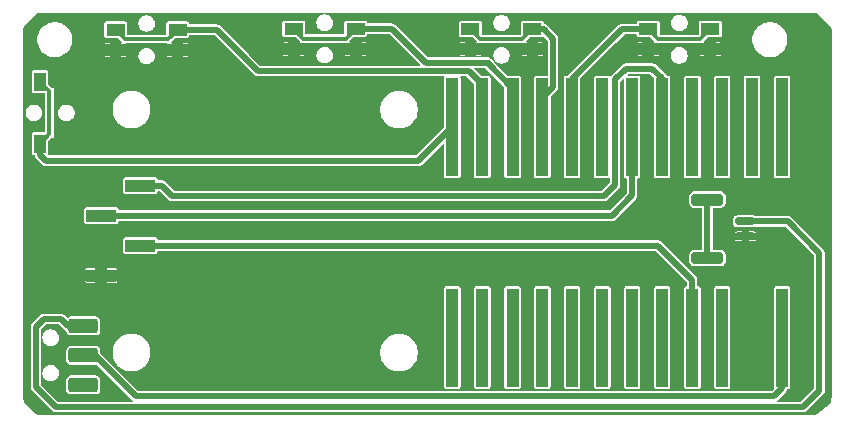
<source format=gbr>
%TF.GenerationSoftware,KiCad,Pcbnew,9.0.0*%
%TF.CreationDate,2025-08-04T08:15:31-07:00*%
%TF.ProjectId,flatchord,666c6174-6368-46f7-9264-2e6b69636164,rev?*%
%TF.SameCoordinates,Original*%
%TF.FileFunction,Copper,L1,Top*%
%TF.FilePolarity,Positive*%
%FSLAX46Y46*%
G04 Gerber Fmt 4.6, Leading zero omitted, Abs format (unit mm)*
G04 Created by KiCad (PCBNEW 9.0.0) date 2025-08-04 08:15:31*
%MOMM*%
%LPD*%
G01*
G04 APERTURE LIST*
G04 Aperture macros list*
%AMRoundRect*
0 Rectangle with rounded corners*
0 $1 Rounding radius*
0 $2 $3 $4 $5 $6 $7 $8 $9 X,Y pos of 4 corners*
0 Add a 4 corners polygon primitive as box body*
4,1,4,$2,$3,$4,$5,$6,$7,$8,$9,$2,$3,0*
0 Add four circle primitives for the rounded corners*
1,1,$1+$1,$2,$3*
1,1,$1+$1,$4,$5*
1,1,$1+$1,$6,$7*
1,1,$1+$1,$8,$9*
0 Add four rect primitives between the rounded corners*
20,1,$1+$1,$2,$3,$4,$5,0*
20,1,$1+$1,$4,$5,$6,$7,0*
20,1,$1+$1,$6,$7,$8,$9,0*
20,1,$1+$1,$8,$9,$2,$3,0*%
G04 Aperture macros list end*
%TA.AperFunction,SMDPad,CuDef*%
%ADD10RoundRect,0.150000X-0.700000X0.150000X-0.700000X-0.150000X0.700000X-0.150000X0.700000X0.150000X0*%
%TD*%
%TA.AperFunction,SMDPad,CuDef*%
%ADD11RoundRect,0.250000X-1.100000X0.250000X-1.100000X-0.250000X1.100000X-0.250000X1.100000X0.250000X0*%
%TD*%
%TA.AperFunction,SMDPad,CuDef*%
%ADD12R,1.550000X1.000000*%
%TD*%
%TA.AperFunction,SMDPad,CuDef*%
%ADD13R,1.000000X8.300000*%
%TD*%
%TA.AperFunction,SMDPad,CuDef*%
%ADD14RoundRect,0.240000X-1.010000X0.360000X-1.010000X-0.360000X1.010000X-0.360000X1.010000X0.360000X0*%
%TD*%
%TA.AperFunction,SMDPad,CuDef*%
%ADD15R,2.510000X1.000000*%
%TD*%
%TA.AperFunction,SMDPad,CuDef*%
%ADD16R,1.000000X1.550000*%
%TD*%
%TA.AperFunction,Conductor*%
%ADD17C,0.500000*%
%TD*%
%TA.AperFunction,Conductor*%
%ADD18C,0.300000*%
%TD*%
G04 APERTURE END LIST*
D10*
%TO.P,BAT1,1,Pin_1*%
%TO.N,/B+*%
X228960000Y-83480000D03*
%TO.P,BAT1,2,Pin_2*%
%TO.N,GND*%
X228960000Y-84730000D03*
D11*
%TO.P,BAT1,3,Pin_3*%
%TO.N,/mp*%
X225760000Y-81630000D03*
%TO.P,BAT1,4,Pin_4*%
X225760000Y-86580000D03*
%TD*%
D12*
%TO.P,SW3,1,A*%
%TO.N,/pinky*%
X220750000Y-67200000D03*
X226000000Y-67200000D03*
%TO.P,SW3,2,B*%
%TO.N,GND*%
X220750000Y-68900000D03*
X226000000Y-68900000D03*
%TD*%
%TO.P,SW0,1,A*%
%TO.N,/index*%
X175650000Y-67250000D03*
X180900000Y-67250000D03*
%TO.P,SW0,2,B*%
%TO.N,GND*%
X175650000Y-68950000D03*
X180900000Y-68950000D03*
%TD*%
D13*
%TO.P,U2,1,GP0(TX)*%
%TO.N,unconnected-(U2-GP0(TX)-Pad1)*%
X232090000Y-75485000D03*
%TO.P,U2,2,GP1(RX)*%
%TO.N,unconnected-(U2-GP1(RX)-Pad2)*%
X229530000Y-75485000D03*
%TO.P,U2,3,GND*%
%TO.N,unconnected-(U2-GND-Pad3)*%
X227010000Y-75485000D03*
%TO.P,U2,4,GND*%
%TO.N,unconnected-(U2-GND-Pad4)*%
X224490000Y-75485000D03*
%TO.P,U2,5,SDA(GP2)*%
%TO.N,/SDA*%
X221930000Y-75485000D03*
%TO.P,U2,6,SCL(GP3)*%
%TO.N,/SCL*%
X219390000Y-75485000D03*
%TO.P,U2,7,GP4*%
%TO.N,unconnected-(U2-GP4-Pad7)*%
X216860000Y-75485000D03*
%TO.P,U2,8,GP5*%
%TO.N,/pinky*%
X214300000Y-75485000D03*
%TO.P,U2,9,GP6*%
%TO.N,/ring*%
X211780000Y-75485000D03*
%TO.P,U2,10,GP7*%
%TO.N,/middle*%
X209260000Y-75485000D03*
%TO.P,U2,11,GP8*%
%TO.N,/index*%
X206700000Y-75485000D03*
%TO.P,U2,12,GP9*%
%TO.N,/thumb*%
X204160000Y-75485000D03*
%TO.P,U2,13,GP21*%
%TO.N,unconnected-(U2-GP21-Pad13)*%
X204160000Y-93315000D03*
%TO.P,U2,14,GP23*%
%TO.N,unconnected-(U2-GP23-Pad14)*%
X206700000Y-93315000D03*
%TO.P,U2,15,GP20*%
%TO.N,unconnected-(U2-GP20-Pad15)*%
X209260000Y-93315000D03*
%TO.P,U2,16,GP22*%
%TO.N,unconnected-(U2-GP22-Pad16)*%
X211780000Y-93315000D03*
%TO.P,U2,17,GP26(A0)*%
%TO.N,unconnected-(U2-GP26(A0)-Pad17)*%
X214300000Y-93315000D03*
%TO.P,U2,18,GP27(A1)*%
%TO.N,unconnected-(U2-GP27(A1)-Pad18)*%
X216860000Y-93315000D03*
%TO.P,U2,19,GP28(A2)*%
%TO.N,unconnected-(U2-GP28(A2)-Pad19)*%
X219390000Y-93315000D03*
%TO.P,U2,20,GP29(A3)*%
%TO.N,unconnected-(U2-GP29(A3)-Pad20)*%
X221930000Y-93315000D03*
%TO.P,U2,21,3v3*%
%TO.N,VCC*%
X224490000Y-93315000D03*
%TO.P,U2,22,RST*%
%TO.N,unconnected-(U2-RST-Pad22)*%
X227010000Y-93315000D03*
%TO.P,U2,23,GND*%
%TO.N,GND*%
X229530000Y-93315000D03*
%TO.P,U2,24,5V*%
%TO.N,/RAW*%
X232090000Y-93315000D03*
%TD*%
D14*
%TO.P,SW5,1,A*%
%TO.N,/B+*%
X172910000Y-92320000D03*
%TO.P,SW5,2,B*%
%TO.N,/RAW*%
X172910000Y-94820000D03*
%TO.P,SW5,3,C*%
%TO.N,unconnected-(SW5A-C-Pad3)*%
X172910000Y-97320000D03*
%TD*%
D15*
%TO.P,J1,1,Pin_1*%
%TO.N,GND*%
X174447500Y-88065000D03*
%TO.P,J1,2,Pin_2*%
%TO.N,VCC*%
X177757500Y-85525000D03*
%TO.P,J1,3,Pin_3*%
%TO.N,/SCL*%
X174447500Y-82985000D03*
%TO.P,J1,4,Pin_4*%
%TO.N,/SDA*%
X177757500Y-80445000D03*
%TD*%
D12*
%TO.P,SW2,1,A*%
%TO.N,/ring*%
X205700000Y-67200000D03*
X210950000Y-67200000D03*
%TO.P,SW2,2,B*%
%TO.N,GND*%
X205700000Y-68900000D03*
X210950000Y-68900000D03*
%TD*%
%TO.P,SW1,1,A*%
%TO.N,/middle*%
X190725000Y-67175000D03*
X195975000Y-67175000D03*
%TO.P,SW1,2,B*%
%TO.N,GND*%
X190725000Y-68875000D03*
X195975000Y-68875000D03*
%TD*%
D16*
%TO.P,SW4,1,A*%
%TO.N,/thumb*%
X169255000Y-76910000D03*
X169255000Y-71660000D03*
%TO.P,SW4,2,B*%
%TO.N,GND*%
X170955000Y-76910000D03*
X170955000Y-71660000D03*
%TD*%
D17*
%TO.N,/B+*%
X171050000Y-91750000D02*
X171620000Y-92320000D01*
X232580000Y-83480000D02*
X235250000Y-86150000D01*
X171620000Y-92320000D02*
X172910000Y-92320000D01*
X233851000Y-99199000D02*
X170599000Y-99199000D01*
X168900000Y-92400000D02*
X169550000Y-91750000D01*
X170599000Y-99199000D02*
X168900000Y-97500000D01*
X235250000Y-97800000D02*
X233851000Y-99199000D01*
X169550000Y-91750000D02*
X171050000Y-91750000D01*
X235250000Y-86150000D02*
X235250000Y-97800000D01*
X168900000Y-97500000D02*
X168900000Y-92400000D01*
X228960000Y-83480000D02*
X232580000Y-83480000D01*
%TO.N,/SCL*%
X217665000Y-82985000D02*
X219380000Y-81270000D01*
X174447500Y-82985000D02*
X217665000Y-82985000D01*
X219380000Y-81270000D02*
X219380000Y-78060000D01*
%TO.N,VCC*%
X177757500Y-85525000D02*
X221575000Y-85525000D01*
X224470000Y-88420000D02*
X224470000Y-90800000D01*
X221575000Y-85525000D02*
X224470000Y-88420000D01*
%TO.N,/SDA*%
X179585000Y-80445000D02*
X180460000Y-81320000D01*
X177757500Y-80445000D02*
X179585000Y-80445000D01*
X217950000Y-80400000D02*
X217950000Y-71463000D01*
X221920000Y-71370000D02*
X221920000Y-73010000D01*
X221100000Y-70550000D02*
X221920000Y-71370000D01*
X217950000Y-71463000D02*
X218863000Y-70550000D01*
X180460000Y-81320000D02*
X217030000Y-81320000D01*
X217030000Y-81320000D02*
X217950000Y-80400000D01*
X218863000Y-70550000D02*
X221100000Y-70550000D01*
D18*
%TO.N,/index*%
X175650000Y-67250000D02*
X176450000Y-68050000D01*
D17*
X206680000Y-73010000D02*
X206680000Y-71880000D01*
X206680000Y-71880000D02*
X205551000Y-70751000D01*
X187701000Y-70751000D02*
X184200000Y-67250000D01*
D18*
X180100000Y-68050000D02*
X180900000Y-67250000D01*
D17*
X205551000Y-70751000D02*
X187701000Y-70751000D01*
X184200000Y-67250000D02*
X180900000Y-67250000D01*
D18*
X176450000Y-68050000D02*
X180100000Y-68050000D01*
D17*
%TO.N,/middle*%
X207250000Y-70175000D02*
X207250000Y-70100000D01*
D18*
X190725000Y-67175000D02*
X191550000Y-68000000D01*
D17*
X207250000Y-70100000D02*
X207200000Y-70050000D01*
X209220000Y-73010000D02*
X209220000Y-72145000D01*
D18*
X195150000Y-68000000D02*
X195975000Y-67175000D01*
X191550000Y-68000000D02*
X195150000Y-68000000D01*
D17*
X207200000Y-70050000D02*
X201900000Y-70050000D01*
X209220000Y-72145000D02*
X207250000Y-70175000D01*
X201900000Y-70050000D02*
X199025000Y-67175000D01*
X199025000Y-67175000D02*
X195975000Y-67175000D01*
D18*
%TO.N,/ring*%
X206549000Y-68049000D02*
X210101000Y-68049000D01*
D17*
X212700000Y-72070000D02*
X212700000Y-68000000D01*
D18*
X210101000Y-68049000D02*
X210950000Y-67200000D01*
D17*
X212700000Y-68000000D02*
X211900000Y-67200000D01*
D18*
X205700000Y-67200000D02*
X206549000Y-68049000D01*
D17*
X211760000Y-73010000D02*
X212700000Y-72070000D01*
X211900000Y-67200000D02*
X210950000Y-67200000D01*
%TO.N,/pinky*%
X214300000Y-73010000D02*
X214300000Y-71450000D01*
X214300000Y-71450000D02*
X218550000Y-67200000D01*
D18*
X221600000Y-68050000D02*
X225150000Y-68050000D01*
D17*
X218550000Y-67200000D02*
X220750000Y-67200000D01*
D18*
X225150000Y-68050000D02*
X226000000Y-67200000D01*
X220750000Y-67200000D02*
X221600000Y-68050000D01*
%TO.N,/thumb*%
X169255000Y-71660000D02*
X170050000Y-72455000D01*
X170050000Y-76115000D02*
X169255000Y-76910000D01*
D17*
X169750000Y-78350000D02*
X169255000Y-77855000D01*
X201295000Y-78350000D02*
X169750000Y-78350000D01*
X204160000Y-75485000D02*
X201295000Y-78350000D01*
X169255000Y-77855000D02*
X169255000Y-76910000D01*
D18*
X170050000Y-72455000D02*
X170050000Y-76115000D01*
D17*
%TO.N,/RAW*%
X232090000Y-97610000D02*
X232090000Y-95850000D01*
X172910000Y-94820000D02*
X173890000Y-94820000D01*
X173890000Y-94820000D02*
X177370000Y-98300000D01*
X231400000Y-98300000D02*
X232090000Y-97610000D01*
X177370000Y-98300000D02*
X231400000Y-98300000D01*
%TO.N,/mp*%
X225760000Y-81630000D02*
X225760000Y-86580000D01*
%TD*%
%TA.AperFunction,Conductor*%
%TO.N,GND*%
G36*
X235064352Y-65864352D02*
G01*
X236244787Y-67044787D01*
X236259014Y-67075939D01*
X236269201Y-67218368D01*
X236269326Y-67221864D01*
X236269326Y-98377957D01*
X236269175Y-98381801D01*
X236251662Y-98604348D01*
X236250459Y-98611942D01*
X236198800Y-98827124D01*
X236196424Y-98834437D01*
X236170563Y-98896871D01*
X236156082Y-98916239D01*
X235046974Y-99812059D01*
X235020029Y-99822789D01*
X234811802Y-99839175D01*
X234807958Y-99839326D01*
X234776978Y-99839326D01*
X234776897Y-99839335D01*
X169353312Y-99859282D01*
X169353300Y-99859282D01*
X169346691Y-99859282D01*
X169346412Y-99859124D01*
X169321217Y-99859283D01*
X169320925Y-99859284D01*
X169320898Y-99859273D01*
X169317725Y-99859180D01*
X169112935Y-99845788D01*
X169105980Y-99844829D01*
X168979302Y-99818002D01*
X168954807Y-99804715D01*
X167895504Y-98745496D01*
X167882280Y-98721303D01*
X167856498Y-98603276D01*
X167855498Y-98596351D01*
X167840800Y-98391637D01*
X167840674Y-98388128D01*
X167840674Y-92340688D01*
X168449500Y-92340688D01*
X168449500Y-97559310D01*
X168462963Y-97609552D01*
X168462963Y-97609553D01*
X168480200Y-97673886D01*
X168480201Y-97673888D01*
X168539511Y-97776614D01*
X170322386Y-99559490D01*
X170425113Y-99618799D01*
X170449326Y-99625286D01*
X170494508Y-99637393D01*
X170539689Y-99649500D01*
X170539691Y-99649500D01*
X233910311Y-99649500D01*
X233940430Y-99641428D01*
X234000673Y-99625286D01*
X234024887Y-99618799D01*
X234127614Y-99559489D01*
X235610490Y-98076614D01*
X235669799Y-97973887D01*
X235679010Y-97939511D01*
X235700500Y-97859309D01*
X235700500Y-86090691D01*
X235700500Y-86090688D01*
X235671469Y-85982346D01*
X235671468Y-85982342D01*
X235671468Y-85982343D01*
X235669799Y-85976114D01*
X235669799Y-85976113D01*
X235610489Y-85873386D01*
X232856614Y-83119511D01*
X232753888Y-83060201D01*
X232753886Y-83060200D01*
X232729673Y-83053713D01*
X232699551Y-83045642D01*
X232639311Y-83029500D01*
X232639309Y-83029500D01*
X229854700Y-83029500D01*
X229833180Y-83024521D01*
X229761396Y-82989428D01*
X229761394Y-82989427D01*
X229761393Y-82989427D01*
X229738682Y-82986118D01*
X229693262Y-82979500D01*
X229693260Y-82979500D01*
X228226740Y-82979500D01*
X228226738Y-82979500D01*
X228158605Y-82989427D01*
X228158603Y-82989428D01*
X228053519Y-83040801D01*
X228053515Y-83040803D01*
X227970803Y-83123515D01*
X227970801Y-83123519D01*
X227919428Y-83228603D01*
X227919427Y-83228605D01*
X227919427Y-83228607D01*
X227909500Y-83296740D01*
X227909500Y-83663260D01*
X227919427Y-83731393D01*
X227970802Y-83836483D01*
X228053517Y-83919198D01*
X228158607Y-83970573D01*
X228206884Y-83977606D01*
X228226738Y-83980500D01*
X228226740Y-83980500D01*
X229693262Y-83980500D01*
X229707076Y-83978486D01*
X229761393Y-83970573D01*
X229803867Y-83949808D01*
X229833180Y-83935479D01*
X229854700Y-83930500D01*
X232373101Y-83930500D01*
X232407749Y-83944852D01*
X234785148Y-86322251D01*
X234799500Y-86356899D01*
X234799500Y-97593100D01*
X234785148Y-97627748D01*
X233678749Y-98734148D01*
X233644101Y-98748500D01*
X231706264Y-98748500D01*
X231671616Y-98734148D01*
X231657264Y-98699500D01*
X231671616Y-98664852D01*
X231676439Y-98660622D01*
X231676603Y-98660495D01*
X231676614Y-98660489D01*
X232450489Y-97886614D01*
X232509798Y-97783887D01*
X232509799Y-97783886D01*
X232509800Y-97783884D01*
X232531790Y-97701818D01*
X232554620Y-97672065D01*
X232579120Y-97665500D01*
X232609745Y-97665500D01*
X232609748Y-97665500D01*
X232668231Y-97653867D01*
X232734552Y-97609552D01*
X232778867Y-97543231D01*
X232790500Y-97484748D01*
X232790500Y-89145252D01*
X232778867Y-89086769D01*
X232752301Y-89047012D01*
X232734552Y-89020447D01*
X232694795Y-88993882D01*
X232668231Y-88976133D01*
X232609748Y-88964500D01*
X231570252Y-88964500D01*
X231511769Y-88976133D01*
X231445447Y-89020447D01*
X231401133Y-89086769D01*
X231389500Y-89145252D01*
X231389500Y-97484748D01*
X231401133Y-97543231D01*
X231415678Y-97564999D01*
X231426269Y-97580849D01*
X231433585Y-97617631D01*
X231420175Y-97642720D01*
X231227749Y-97835148D01*
X231193101Y-97849500D01*
X177576899Y-97849500D01*
X177542251Y-97835148D01*
X174374852Y-94667749D01*
X174360500Y-94633101D01*
X174360500Y-94454038D01*
X175397000Y-94454038D01*
X175397000Y-94705961D01*
X175436409Y-94954782D01*
X175436410Y-94954785D01*
X175514259Y-95194380D01*
X175628628Y-95418842D01*
X175628630Y-95418845D01*
X175741247Y-95573850D01*
X175776708Y-95622657D01*
X175776712Y-95622662D01*
X175954838Y-95800788D01*
X175954842Y-95800791D01*
X175954844Y-95800793D01*
X176158655Y-95948870D01*
X176383121Y-96063241D01*
X176622715Y-96141090D01*
X176871538Y-96180500D01*
X176871539Y-96180500D01*
X177123461Y-96180500D01*
X177123462Y-96180500D01*
X177372285Y-96141090D01*
X177611879Y-96063241D01*
X177836345Y-95948870D01*
X178040156Y-95800793D01*
X178040159Y-95800789D01*
X178040162Y-95800788D01*
X178218288Y-95622662D01*
X178218289Y-95622659D01*
X178218293Y-95622656D01*
X178366370Y-95418845D01*
X178480741Y-95194379D01*
X178558590Y-94954785D01*
X178598000Y-94705962D01*
X178598000Y-94454038D01*
X198047000Y-94454038D01*
X198047000Y-94705961D01*
X198086409Y-94954782D01*
X198086410Y-94954785D01*
X198164259Y-95194380D01*
X198278628Y-95418842D01*
X198278630Y-95418845D01*
X198391247Y-95573850D01*
X198426708Y-95622657D01*
X198426712Y-95622662D01*
X198604838Y-95800788D01*
X198604842Y-95800791D01*
X198604844Y-95800793D01*
X198808655Y-95948870D01*
X199033121Y-96063241D01*
X199272715Y-96141090D01*
X199521538Y-96180500D01*
X199521539Y-96180500D01*
X199773461Y-96180500D01*
X199773462Y-96180500D01*
X200022285Y-96141090D01*
X200261879Y-96063241D01*
X200486345Y-95948870D01*
X200690156Y-95800793D01*
X200690159Y-95800789D01*
X200690162Y-95800788D01*
X200868288Y-95622662D01*
X200868289Y-95622659D01*
X200868293Y-95622656D01*
X201016370Y-95418845D01*
X201130741Y-95194379D01*
X201208590Y-94954785D01*
X201248000Y-94705962D01*
X201248000Y-94454038D01*
X201208590Y-94205215D01*
X201130741Y-93965621D01*
X201016370Y-93741155D01*
X200868293Y-93537344D01*
X200868291Y-93537342D01*
X200868288Y-93537338D01*
X200690162Y-93359212D01*
X200690157Y-93359208D01*
X200486342Y-93211128D01*
X200261880Y-93096759D01*
X200022285Y-93018910D01*
X200022282Y-93018909D01*
X199828322Y-92988189D01*
X199773462Y-92979500D01*
X199521538Y-92979500D01*
X199474712Y-92986916D01*
X199272717Y-93018909D01*
X199272714Y-93018910D01*
X199033119Y-93096759D01*
X198808657Y-93211128D01*
X198604842Y-93359208D01*
X198426708Y-93537342D01*
X198278628Y-93741157D01*
X198164259Y-93965619D01*
X198086410Y-94205214D01*
X198086409Y-94205217D01*
X198047000Y-94454038D01*
X178598000Y-94454038D01*
X178558590Y-94205215D01*
X178480741Y-93965621D01*
X178366370Y-93741155D01*
X178218293Y-93537344D01*
X178218291Y-93537342D01*
X178218288Y-93537338D01*
X178040162Y-93359212D01*
X178040157Y-93359208D01*
X177836342Y-93211128D01*
X177611880Y-93096759D01*
X177372285Y-93018910D01*
X177372282Y-93018909D01*
X177178322Y-92988189D01*
X177123462Y-92979500D01*
X176871538Y-92979500D01*
X176824712Y-92986916D01*
X176622717Y-93018909D01*
X176622714Y-93018910D01*
X176383119Y-93096759D01*
X176158657Y-93211128D01*
X175954842Y-93359208D01*
X175776708Y-93537342D01*
X175628628Y-93741157D01*
X175514259Y-93965619D01*
X175436410Y-94205214D01*
X175436409Y-94205217D01*
X175397000Y-94454038D01*
X174360500Y-94454038D01*
X174360500Y-94406943D01*
X174360500Y-94406934D01*
X174357710Y-94377181D01*
X174313852Y-94251843D01*
X174313850Y-94251840D01*
X174313851Y-94251840D01*
X174234999Y-94145000D01*
X174128159Y-94066149D01*
X174128157Y-94066148D01*
X174090537Y-94052984D01*
X174002821Y-94022290D01*
X174002812Y-94022289D01*
X173973077Y-94019501D01*
X173973076Y-94019500D01*
X173973066Y-94019500D01*
X171846934Y-94019500D01*
X171846924Y-94019500D01*
X171846922Y-94019501D01*
X171817187Y-94022289D01*
X171817178Y-94022290D01*
X171691840Y-94066149D01*
X171585000Y-94145000D01*
X171506149Y-94251840D01*
X171462290Y-94377178D01*
X171462289Y-94377187D01*
X171459501Y-94406922D01*
X171459500Y-94406943D01*
X171459500Y-95233056D01*
X171459501Y-95233077D01*
X171462289Y-95262812D01*
X171462290Y-95262821D01*
X171479232Y-95311237D01*
X171506148Y-95388157D01*
X171506149Y-95388159D01*
X171506148Y-95388159D01*
X171585000Y-95494999D01*
X171691840Y-95573850D01*
X171691843Y-95573852D01*
X171817181Y-95617710D01*
X171846934Y-95620500D01*
X171846944Y-95620500D01*
X173973056Y-95620500D01*
X173973066Y-95620500D01*
X174002819Y-95617710D01*
X174009154Y-95615493D01*
X174046597Y-95617591D01*
X174059990Y-95627093D01*
X177093386Y-98660489D01*
X177093393Y-98660493D01*
X177093561Y-98660622D01*
X177093618Y-98660721D01*
X177095657Y-98662760D01*
X177095110Y-98663306D01*
X177112316Y-98693099D01*
X177102614Y-98729325D01*
X177070137Y-98748080D01*
X177063736Y-98748500D01*
X170805900Y-98748500D01*
X170771252Y-98734148D01*
X169364852Y-97327748D01*
X169350500Y-97293100D01*
X169350500Y-96251001D01*
X169459500Y-96251001D01*
X169459500Y-96388998D01*
X169486417Y-96524318D01*
X169486420Y-96524329D01*
X169536404Y-96645001D01*
X169539225Y-96651811D01*
X169570137Y-96698074D01*
X169615883Y-96766539D01*
X169713460Y-96864116D01*
X169733014Y-96877181D01*
X169828189Y-96940775D01*
X169955672Y-96993580D01*
X169955678Y-96993581D01*
X169955681Y-96993582D01*
X170091001Y-97020499D01*
X170091007Y-97020500D01*
X170228993Y-97020500D01*
X170364328Y-96993580D01*
X170491811Y-96940775D01*
X170542444Y-96906943D01*
X171459500Y-96906943D01*
X171459500Y-97733056D01*
X171459501Y-97733077D01*
X171462289Y-97762812D01*
X171462290Y-97762821D01*
X171487599Y-97835148D01*
X171506148Y-97888157D01*
X171506149Y-97888159D01*
X171506148Y-97888159D01*
X171585000Y-97994999D01*
X171691840Y-98073850D01*
X171691843Y-98073852D01*
X171817181Y-98117710D01*
X171846934Y-98120500D01*
X171846944Y-98120500D01*
X173973056Y-98120500D01*
X173973066Y-98120500D01*
X174002819Y-98117710D01*
X174128157Y-98073852D01*
X174234999Y-97994999D01*
X174313852Y-97888157D01*
X174357710Y-97762819D01*
X174360500Y-97733066D01*
X174360500Y-96906934D01*
X174357710Y-96877181D01*
X174313852Y-96751843D01*
X174313850Y-96751840D01*
X174313851Y-96751840D01*
X174234999Y-96645000D01*
X174128159Y-96566149D01*
X174128157Y-96566148D01*
X174090537Y-96552984D01*
X174002821Y-96522290D01*
X174002812Y-96522289D01*
X173973077Y-96519501D01*
X173973076Y-96519500D01*
X173973066Y-96519500D01*
X171846934Y-96519500D01*
X171846924Y-96519500D01*
X171846922Y-96519501D01*
X171817187Y-96522289D01*
X171817178Y-96522290D01*
X171691840Y-96566149D01*
X171585000Y-96645000D01*
X171506149Y-96751840D01*
X171462290Y-96877178D01*
X171462289Y-96877187D01*
X171459501Y-96906922D01*
X171459500Y-96906943D01*
X170542444Y-96906943D01*
X170586986Y-96877181D01*
X170605148Y-96865046D01*
X170605149Y-96865045D01*
X170605499Y-96864810D01*
X170606542Y-96864114D01*
X170704114Y-96766542D01*
X170780775Y-96651811D01*
X170833580Y-96524328D01*
X170860500Y-96388993D01*
X170860500Y-96251007D01*
X170833580Y-96115672D01*
X170780775Y-95988189D01*
X170734613Y-95919102D01*
X170704116Y-95873460D01*
X170606539Y-95775883D01*
X170538074Y-95730137D01*
X170491811Y-95699225D01*
X170491808Y-95699223D01*
X170491807Y-95699223D01*
X170364329Y-95646420D01*
X170364318Y-95646417D01*
X170228998Y-95619500D01*
X170228993Y-95619500D01*
X170091007Y-95619500D01*
X170091001Y-95619500D01*
X169955681Y-95646417D01*
X169955670Y-95646420D01*
X169828192Y-95699223D01*
X169713460Y-95775883D01*
X169615883Y-95873460D01*
X169539223Y-95988192D01*
X169486420Y-96115670D01*
X169486417Y-96115681D01*
X169459500Y-96251001D01*
X169350500Y-96251001D01*
X169350500Y-93251001D01*
X169459500Y-93251001D01*
X169459500Y-93388998D01*
X169486417Y-93524318D01*
X169486420Y-93524329D01*
X169491811Y-93537344D01*
X169539225Y-93651811D01*
X169552112Y-93671097D01*
X169615883Y-93766539D01*
X169713460Y-93864116D01*
X169759102Y-93894613D01*
X169828189Y-93940775D01*
X169955672Y-93993580D01*
X169955678Y-93993581D01*
X169955681Y-93993582D01*
X170091001Y-94020499D01*
X170091007Y-94020500D01*
X170228993Y-94020500D01*
X170364328Y-93993580D01*
X170491811Y-93940775D01*
X170606542Y-93864114D01*
X170704114Y-93766542D01*
X170780775Y-93651811D01*
X170833580Y-93524328D01*
X170860500Y-93388993D01*
X170860500Y-93251007D01*
X170847333Y-93184814D01*
X170833582Y-93115681D01*
X170833579Y-93115670D01*
X170825746Y-93096759D01*
X170780775Y-92988189D01*
X170713936Y-92888157D01*
X170704116Y-92873460D01*
X170606539Y-92775883D01*
X170538074Y-92730137D01*
X170491811Y-92699225D01*
X170491808Y-92699223D01*
X170491807Y-92699223D01*
X170364329Y-92646420D01*
X170364318Y-92646417D01*
X170228998Y-92619500D01*
X170228993Y-92619500D01*
X170091007Y-92619500D01*
X170091001Y-92619500D01*
X169955681Y-92646417D01*
X169955670Y-92646420D01*
X169828192Y-92699223D01*
X169713460Y-92775883D01*
X169615883Y-92873460D01*
X169539223Y-92988192D01*
X169486420Y-93115670D01*
X169486417Y-93115681D01*
X169459500Y-93251001D01*
X169350500Y-93251001D01*
X169350500Y-92606899D01*
X169364852Y-92572251D01*
X169722252Y-92214852D01*
X169756900Y-92200500D01*
X170843101Y-92200500D01*
X170877748Y-92214851D01*
X171343386Y-92680490D01*
X171440545Y-92736584D01*
X171462295Y-92762835D01*
X171466861Y-92775883D01*
X171506148Y-92888157D01*
X171506149Y-92888159D01*
X171506148Y-92888159D01*
X171585000Y-92994999D01*
X171691840Y-93073850D01*
X171691843Y-93073852D01*
X171817181Y-93117710D01*
X171846934Y-93120500D01*
X171846944Y-93120500D01*
X173973056Y-93120500D01*
X173973066Y-93120500D01*
X174002819Y-93117710D01*
X174128157Y-93073852D01*
X174234999Y-92994999D01*
X174313852Y-92888157D01*
X174357710Y-92762819D01*
X174360500Y-92733066D01*
X174360500Y-91906934D01*
X174357710Y-91877181D01*
X174313852Y-91751843D01*
X174313850Y-91751840D01*
X174313851Y-91751840D01*
X174234999Y-91645000D01*
X174128159Y-91566149D01*
X174128157Y-91566148D01*
X174090537Y-91552984D01*
X174002821Y-91522290D01*
X174002812Y-91522289D01*
X173973077Y-91519501D01*
X173973076Y-91519500D01*
X173973066Y-91519500D01*
X171846934Y-91519500D01*
X171846924Y-91519500D01*
X171846922Y-91519501D01*
X171817187Y-91522289D01*
X171817178Y-91522290D01*
X171691842Y-91566148D01*
X171617261Y-91621191D01*
X171580860Y-91630218D01*
X171553516Y-91616413D01*
X171326614Y-91389511D01*
X171223888Y-91330201D01*
X171223886Y-91330200D01*
X171199673Y-91323713D01*
X171169551Y-91315642D01*
X171109311Y-91299500D01*
X171109309Y-91299500D01*
X169490691Y-91299500D01*
X169490688Y-91299500D01*
X169400326Y-91323713D01*
X169376113Y-91330200D01*
X169376110Y-91330201D01*
X169273385Y-91389510D01*
X168539512Y-92123384D01*
X168539511Y-92123385D01*
X168480201Y-92226111D01*
X168478532Y-92232343D01*
X168478531Y-92232342D01*
X168478531Y-92232346D01*
X168449500Y-92340688D01*
X167840674Y-92340688D01*
X167840674Y-89145252D01*
X203459500Y-89145252D01*
X203459500Y-97484748D01*
X203471133Y-97543231D01*
X203485678Y-97564999D01*
X203515447Y-97609552D01*
X203542012Y-97627301D01*
X203581769Y-97653867D01*
X203640252Y-97665500D01*
X203640255Y-97665500D01*
X204679745Y-97665500D01*
X204679748Y-97665500D01*
X204738231Y-97653867D01*
X204804552Y-97609552D01*
X204848867Y-97543231D01*
X204860500Y-97484748D01*
X204860500Y-89145252D01*
X205999500Y-89145252D01*
X205999500Y-97484748D01*
X206011133Y-97543231D01*
X206025678Y-97564999D01*
X206055447Y-97609552D01*
X206082012Y-97627301D01*
X206121769Y-97653867D01*
X206180252Y-97665500D01*
X206180255Y-97665500D01*
X207219745Y-97665500D01*
X207219748Y-97665500D01*
X207278231Y-97653867D01*
X207344552Y-97609552D01*
X207388867Y-97543231D01*
X207400500Y-97484748D01*
X207400500Y-89145252D01*
X208559500Y-89145252D01*
X208559500Y-97484748D01*
X208571133Y-97543231D01*
X208585678Y-97564999D01*
X208615447Y-97609552D01*
X208642012Y-97627301D01*
X208681769Y-97653867D01*
X208740252Y-97665500D01*
X208740255Y-97665500D01*
X209779745Y-97665500D01*
X209779748Y-97665500D01*
X209838231Y-97653867D01*
X209904552Y-97609552D01*
X209948867Y-97543231D01*
X209960500Y-97484748D01*
X209960500Y-89145252D01*
X211079500Y-89145252D01*
X211079500Y-97484748D01*
X211091133Y-97543231D01*
X211105678Y-97564999D01*
X211135447Y-97609552D01*
X211162012Y-97627301D01*
X211201769Y-97653867D01*
X211260252Y-97665500D01*
X211260255Y-97665500D01*
X212299745Y-97665500D01*
X212299748Y-97665500D01*
X212358231Y-97653867D01*
X212424552Y-97609552D01*
X212468867Y-97543231D01*
X212480500Y-97484748D01*
X212480500Y-89145252D01*
X213599500Y-89145252D01*
X213599500Y-97484748D01*
X213611133Y-97543231D01*
X213625678Y-97564999D01*
X213655447Y-97609552D01*
X213682012Y-97627301D01*
X213721769Y-97653867D01*
X213780252Y-97665500D01*
X213780255Y-97665500D01*
X214819745Y-97665500D01*
X214819748Y-97665500D01*
X214878231Y-97653867D01*
X214944552Y-97609552D01*
X214988867Y-97543231D01*
X215000500Y-97484748D01*
X215000500Y-89145252D01*
X216159500Y-89145252D01*
X216159500Y-97484748D01*
X216171133Y-97543231D01*
X216185678Y-97564999D01*
X216215447Y-97609552D01*
X216242012Y-97627301D01*
X216281769Y-97653867D01*
X216340252Y-97665500D01*
X216340255Y-97665500D01*
X217379745Y-97665500D01*
X217379748Y-97665500D01*
X217438231Y-97653867D01*
X217504552Y-97609552D01*
X217548867Y-97543231D01*
X217560500Y-97484748D01*
X217560500Y-89145252D01*
X218689500Y-89145252D01*
X218689500Y-97484748D01*
X218701133Y-97543231D01*
X218715678Y-97564999D01*
X218745447Y-97609552D01*
X218772012Y-97627301D01*
X218811769Y-97653867D01*
X218870252Y-97665500D01*
X218870255Y-97665500D01*
X219909745Y-97665500D01*
X219909748Y-97665500D01*
X219968231Y-97653867D01*
X220034552Y-97609552D01*
X220078867Y-97543231D01*
X220090500Y-97484748D01*
X220090500Y-89145252D01*
X221229500Y-89145252D01*
X221229500Y-97484748D01*
X221241133Y-97543231D01*
X221255678Y-97564999D01*
X221285447Y-97609552D01*
X221312012Y-97627301D01*
X221351769Y-97653867D01*
X221410252Y-97665500D01*
X221410255Y-97665500D01*
X222449745Y-97665500D01*
X222449748Y-97665500D01*
X222508231Y-97653867D01*
X222574552Y-97609552D01*
X222618867Y-97543231D01*
X222630500Y-97484748D01*
X222630500Y-89145252D01*
X222618867Y-89086769D01*
X222592301Y-89047012D01*
X222574552Y-89020447D01*
X222534795Y-88993882D01*
X222508231Y-88976133D01*
X222449748Y-88964500D01*
X221410252Y-88964500D01*
X221351769Y-88976133D01*
X221285447Y-89020447D01*
X221241133Y-89086769D01*
X221229500Y-89145252D01*
X220090500Y-89145252D01*
X220078867Y-89086769D01*
X220052301Y-89047012D01*
X220034552Y-89020447D01*
X219994795Y-88993882D01*
X219968231Y-88976133D01*
X219909748Y-88964500D01*
X218870252Y-88964500D01*
X218811769Y-88976133D01*
X218745447Y-89020447D01*
X218701133Y-89086769D01*
X218689500Y-89145252D01*
X217560500Y-89145252D01*
X217548867Y-89086769D01*
X217522301Y-89047012D01*
X217504552Y-89020447D01*
X217464795Y-88993882D01*
X217438231Y-88976133D01*
X217379748Y-88964500D01*
X216340252Y-88964500D01*
X216281769Y-88976133D01*
X216215447Y-89020447D01*
X216171133Y-89086769D01*
X216159500Y-89145252D01*
X215000500Y-89145252D01*
X214988867Y-89086769D01*
X214962301Y-89047012D01*
X214944552Y-89020447D01*
X214904795Y-88993882D01*
X214878231Y-88976133D01*
X214819748Y-88964500D01*
X213780252Y-88964500D01*
X213721769Y-88976133D01*
X213655447Y-89020447D01*
X213611133Y-89086769D01*
X213599500Y-89145252D01*
X212480500Y-89145252D01*
X212468867Y-89086769D01*
X212442301Y-89047012D01*
X212424552Y-89020447D01*
X212384795Y-88993882D01*
X212358231Y-88976133D01*
X212299748Y-88964500D01*
X211260252Y-88964500D01*
X211201769Y-88976133D01*
X211135447Y-89020447D01*
X211091133Y-89086769D01*
X211079500Y-89145252D01*
X209960500Y-89145252D01*
X209948867Y-89086769D01*
X209922301Y-89047012D01*
X209904552Y-89020447D01*
X209864795Y-88993882D01*
X209838231Y-88976133D01*
X209779748Y-88964500D01*
X208740252Y-88964500D01*
X208681769Y-88976133D01*
X208615447Y-89020447D01*
X208571133Y-89086769D01*
X208559500Y-89145252D01*
X207400500Y-89145252D01*
X207388867Y-89086769D01*
X207362301Y-89047012D01*
X207344552Y-89020447D01*
X207304795Y-88993882D01*
X207278231Y-88976133D01*
X207219748Y-88964500D01*
X206180252Y-88964500D01*
X206121769Y-88976133D01*
X206055447Y-89020447D01*
X206011133Y-89086769D01*
X205999500Y-89145252D01*
X204860500Y-89145252D01*
X204848867Y-89086769D01*
X204822301Y-89047012D01*
X204804552Y-89020447D01*
X204764795Y-88993882D01*
X204738231Y-88976133D01*
X204679748Y-88964500D01*
X203640252Y-88964500D01*
X203581769Y-88976133D01*
X203515447Y-89020447D01*
X203471133Y-89086769D01*
X203459500Y-89145252D01*
X167840674Y-89145252D01*
X167840674Y-88574845D01*
X173092501Y-88574845D01*
X173098302Y-88604018D01*
X173098304Y-88604022D01*
X173120404Y-88637097D01*
X173153480Y-88659197D01*
X173182654Y-88664999D01*
X173947499Y-88664999D01*
X174947500Y-88664999D01*
X175712345Y-88664999D01*
X175712345Y-88664998D01*
X175741518Y-88659197D01*
X175741522Y-88659195D01*
X175774597Y-88637095D01*
X175796697Y-88604019D01*
X175802500Y-88574845D01*
X175802500Y-88565000D01*
X174947500Y-88565000D01*
X174947500Y-88664999D01*
X173947499Y-88664999D01*
X173947500Y-88664998D01*
X173947500Y-88565000D01*
X173092501Y-88565000D01*
X173092501Y-88574845D01*
X167840674Y-88574845D01*
X167840674Y-87555154D01*
X173092500Y-87555154D01*
X173092500Y-87565000D01*
X173947500Y-87565000D01*
X174947500Y-87565000D01*
X175802499Y-87565000D01*
X175802499Y-87555155D01*
X175802498Y-87555154D01*
X175796697Y-87525981D01*
X175796695Y-87525977D01*
X175774595Y-87492902D01*
X175741519Y-87470802D01*
X175712346Y-87465000D01*
X174947500Y-87465000D01*
X174947500Y-87565000D01*
X173947500Y-87565000D01*
X173947500Y-87465000D01*
X173182655Y-87465000D01*
X173182654Y-87465001D01*
X173153481Y-87470802D01*
X173153477Y-87470804D01*
X173120402Y-87492904D01*
X173098302Y-87525980D01*
X173092500Y-87555154D01*
X167840674Y-87555154D01*
X167840674Y-85005252D01*
X176302000Y-85005252D01*
X176302000Y-86044748D01*
X176313633Y-86103231D01*
X176331382Y-86129795D01*
X176357947Y-86169552D01*
X176384512Y-86187301D01*
X176424269Y-86213867D01*
X176482752Y-86225500D01*
X176482755Y-86225500D01*
X179032245Y-86225500D01*
X179032248Y-86225500D01*
X179090731Y-86213867D01*
X179157052Y-86169552D01*
X179201367Y-86103231D01*
X179213000Y-86044748D01*
X179213000Y-86024500D01*
X179227352Y-85989852D01*
X179262000Y-85975500D01*
X221368101Y-85975500D01*
X221402749Y-85989852D01*
X224005148Y-88592251D01*
X224019500Y-88626899D01*
X224019500Y-88915500D01*
X224005148Y-88950148D01*
X223972587Y-88963635D01*
X223972649Y-88964264D01*
X223970576Y-88964468D01*
X223970500Y-88964500D01*
X223970252Y-88964500D01*
X223911769Y-88976133D01*
X223845447Y-89020447D01*
X223801133Y-89086769D01*
X223789500Y-89145252D01*
X223789500Y-97484748D01*
X223801133Y-97543231D01*
X223815678Y-97564999D01*
X223845447Y-97609552D01*
X223872012Y-97627301D01*
X223911769Y-97653867D01*
X223970252Y-97665500D01*
X223970255Y-97665500D01*
X225009745Y-97665500D01*
X225009748Y-97665500D01*
X225068231Y-97653867D01*
X225134552Y-97609552D01*
X225178867Y-97543231D01*
X225190500Y-97484748D01*
X225190500Y-89145252D01*
X226309500Y-89145252D01*
X226309500Y-97484748D01*
X226321133Y-97543231D01*
X226335678Y-97564999D01*
X226365447Y-97609552D01*
X226392012Y-97627301D01*
X226431769Y-97653867D01*
X226490252Y-97665500D01*
X226490255Y-97665500D01*
X227529745Y-97665500D01*
X227529748Y-97665500D01*
X227588231Y-97653867D01*
X227654552Y-97609552D01*
X227698867Y-97543231D01*
X227710500Y-97484748D01*
X227710500Y-97474845D01*
X228930001Y-97474845D01*
X228935802Y-97504018D01*
X228935804Y-97504022D01*
X228957904Y-97537097D01*
X228990980Y-97559197D01*
X229020153Y-97564999D01*
X230030000Y-97564999D01*
X230039845Y-97564999D01*
X230039845Y-97564998D01*
X230069018Y-97559197D01*
X230069022Y-97559195D01*
X230102097Y-97537095D01*
X230124197Y-97504019D01*
X230130000Y-97474845D01*
X230130000Y-93815000D01*
X230030000Y-93815000D01*
X230030000Y-97564999D01*
X229020153Y-97564999D01*
X229030000Y-97564998D01*
X229030000Y-93815000D01*
X228930001Y-93815000D01*
X228930001Y-97474845D01*
X227710500Y-97474845D01*
X227710500Y-89155154D01*
X228930000Y-89155154D01*
X228930000Y-92815000D01*
X229030000Y-92815000D01*
X230030000Y-92815000D01*
X230129999Y-92815000D01*
X230129999Y-89155155D01*
X230129998Y-89155154D01*
X230124197Y-89125981D01*
X230124195Y-89125977D01*
X230102095Y-89092902D01*
X230069019Y-89070802D01*
X230039846Y-89065000D01*
X230030000Y-89065000D01*
X230030000Y-92815000D01*
X229030000Y-92815000D01*
X229030000Y-89064999D01*
X229020157Y-89065000D01*
X229020152Y-89065001D01*
X228990981Y-89070802D01*
X228990977Y-89070804D01*
X228957902Y-89092904D01*
X228935802Y-89125980D01*
X228930000Y-89155154D01*
X227710500Y-89155154D01*
X227710500Y-89145252D01*
X227698867Y-89086769D01*
X227672301Y-89047012D01*
X227654552Y-89020447D01*
X227614795Y-88993882D01*
X227588231Y-88976133D01*
X227529748Y-88964500D01*
X226490252Y-88964500D01*
X226431769Y-88976133D01*
X226365447Y-89020447D01*
X226321133Y-89086769D01*
X226309500Y-89145252D01*
X225190500Y-89145252D01*
X225178867Y-89086769D01*
X225152301Y-89047012D01*
X225134552Y-89020447D01*
X225094795Y-88993882D01*
X225068231Y-88976133D01*
X225009748Y-88964500D01*
X225009745Y-88964500D01*
X224969500Y-88964500D01*
X224934852Y-88950148D01*
X224920500Y-88915500D01*
X224920500Y-88360688D01*
X224891469Y-88252346D01*
X224891468Y-88252342D01*
X224891468Y-88252343D01*
X224889799Y-88246114D01*
X224889799Y-88246113D01*
X224830489Y-88143386D01*
X221851614Y-85164511D01*
X221791840Y-85130000D01*
X221748888Y-85105201D01*
X221748886Y-85105200D01*
X221724673Y-85098713D01*
X221694551Y-85090642D01*
X221634311Y-85074500D01*
X221634309Y-85074500D01*
X179262000Y-85074500D01*
X179227352Y-85060148D01*
X179213000Y-85025500D01*
X179213000Y-85005255D01*
X179213000Y-85005252D01*
X179201367Y-84946769D01*
X179174801Y-84907012D01*
X179157052Y-84880447D01*
X179117295Y-84853882D01*
X179090731Y-84836133D01*
X179032248Y-84824500D01*
X176482752Y-84824500D01*
X176424269Y-84836133D01*
X176357947Y-84880447D01*
X176313633Y-84946769D01*
X176302000Y-85005252D01*
X167840674Y-85005252D01*
X167840674Y-82465252D01*
X172992000Y-82465252D01*
X172992000Y-83504748D01*
X173003633Y-83563231D01*
X173021382Y-83589795D01*
X173047947Y-83629552D01*
X173074512Y-83647301D01*
X173114269Y-83673867D01*
X173172752Y-83685500D01*
X173172755Y-83685500D01*
X175722245Y-83685500D01*
X175722248Y-83685500D01*
X175780731Y-83673867D01*
X175847052Y-83629552D01*
X175891367Y-83563231D01*
X175903000Y-83504748D01*
X175903000Y-83484500D01*
X175917352Y-83449852D01*
X175952000Y-83435500D01*
X217724311Y-83435500D01*
X217754430Y-83427428D01*
X217814673Y-83411286D01*
X217838887Y-83404799D01*
X217941614Y-83345489D01*
X219740489Y-81546614D01*
X219799799Y-81443887D01*
X219824048Y-81353387D01*
X219830500Y-81329309D01*
X219830500Y-81325724D01*
X224209500Y-81325724D01*
X224209500Y-81934275D01*
X224212353Y-81964698D01*
X224212353Y-81964699D01*
X224257204Y-82092876D01*
X224257208Y-82092885D01*
X224337849Y-82202150D01*
X224447114Y-82282791D01*
X224447117Y-82282792D01*
X224447118Y-82282793D01*
X224447120Y-82282793D01*
X224447123Y-82282795D01*
X224575301Y-82327646D01*
X224605734Y-82330500D01*
X225260500Y-82330500D01*
X225295148Y-82344852D01*
X225309500Y-82379500D01*
X225309500Y-85830500D01*
X225295148Y-85865148D01*
X225260500Y-85879500D01*
X224605724Y-85879500D01*
X224575301Y-85882353D01*
X224575300Y-85882353D01*
X224447123Y-85927204D01*
X224447114Y-85927208D01*
X224337849Y-86007849D01*
X224257208Y-86117114D01*
X224257204Y-86117123D01*
X224212353Y-86245300D01*
X224212353Y-86245301D01*
X224209500Y-86275724D01*
X224209500Y-86884275D01*
X224212353Y-86914698D01*
X224212353Y-86914699D01*
X224257204Y-87042876D01*
X224257208Y-87042885D01*
X224337849Y-87152150D01*
X224447114Y-87232791D01*
X224447117Y-87232792D01*
X224447118Y-87232793D01*
X224447120Y-87232793D01*
X224447123Y-87232795D01*
X224575301Y-87277646D01*
X224605734Y-87280500D01*
X224605744Y-87280500D01*
X226914256Y-87280500D01*
X226914266Y-87280500D01*
X226944699Y-87277646D01*
X227072882Y-87232793D01*
X227182150Y-87152150D01*
X227262793Y-87042882D01*
X227307646Y-86914699D01*
X227310500Y-86884266D01*
X227310500Y-86275734D01*
X227307646Y-86245301D01*
X227300717Y-86225500D01*
X227262795Y-86117123D01*
X227262791Y-86117114D01*
X227182150Y-86007849D01*
X227072885Y-85927208D01*
X227072876Y-85927204D01*
X226944698Y-85882353D01*
X226914275Y-85879500D01*
X226914266Y-85879500D01*
X226259500Y-85879500D01*
X226224852Y-85865148D01*
X226210500Y-85830500D01*
X226210500Y-85030000D01*
X228059554Y-85030000D01*
X228079759Y-85060240D01*
X228162457Y-85115496D01*
X228235370Y-85129999D01*
X228235376Y-85130000D01*
X228660000Y-85130000D01*
X229260000Y-85130000D01*
X229684624Y-85130000D01*
X229684629Y-85129999D01*
X229757542Y-85115496D01*
X229840240Y-85060240D01*
X229860446Y-85030000D01*
X229260000Y-85030000D01*
X229260000Y-85130000D01*
X228660000Y-85130000D01*
X228660000Y-85030000D01*
X228059554Y-85030000D01*
X226210500Y-85030000D01*
X226210500Y-84430000D01*
X228059554Y-84430000D01*
X228660000Y-84430000D01*
X229260000Y-84430000D01*
X229860446Y-84430000D01*
X229840240Y-84399759D01*
X229757542Y-84344503D01*
X229684629Y-84330000D01*
X229260000Y-84330000D01*
X229260000Y-84430000D01*
X228660000Y-84430000D01*
X228660000Y-84330000D01*
X228235370Y-84330000D01*
X228162457Y-84344503D01*
X228079759Y-84399759D01*
X228059554Y-84430000D01*
X226210500Y-84430000D01*
X226210500Y-82379500D01*
X226224852Y-82344852D01*
X226259500Y-82330500D01*
X226914256Y-82330500D01*
X226914266Y-82330500D01*
X226944699Y-82327646D01*
X227072882Y-82282793D01*
X227182150Y-82202150D01*
X227262793Y-82092882D01*
X227307646Y-81964699D01*
X227310500Y-81934266D01*
X227310500Y-81325734D01*
X227307646Y-81295301D01*
X227262793Y-81167118D01*
X227262792Y-81167117D01*
X227262791Y-81167114D01*
X227182150Y-81057849D01*
X227072885Y-80977208D01*
X227072876Y-80977204D01*
X226944698Y-80932353D01*
X226914275Y-80929500D01*
X226914266Y-80929500D01*
X224605734Y-80929500D01*
X224605724Y-80929500D01*
X224575301Y-80932353D01*
X224575300Y-80932353D01*
X224447123Y-80977204D01*
X224447114Y-80977208D01*
X224337849Y-81057849D01*
X224257208Y-81167114D01*
X224257204Y-81167123D01*
X224212353Y-81295300D01*
X224212353Y-81295301D01*
X224209500Y-81325724D01*
X219830500Y-81325724D01*
X219830500Y-79884500D01*
X219844852Y-79849852D01*
X219879500Y-79835500D01*
X219909745Y-79835500D01*
X219909748Y-79835500D01*
X219968231Y-79823867D01*
X220034552Y-79779552D01*
X220078867Y-79713231D01*
X220090500Y-79654748D01*
X220090500Y-71315252D01*
X220078867Y-71256769D01*
X220035093Y-71191257D01*
X220034552Y-71190447D01*
X219988984Y-71160000D01*
X219968231Y-71146133D01*
X219909748Y-71134500D01*
X219909745Y-71134500D01*
X219033899Y-71134500D01*
X218999251Y-71120148D01*
X218984899Y-71085500D01*
X218999251Y-71050852D01*
X219035251Y-71014852D01*
X219069899Y-71000500D01*
X220893101Y-71000500D01*
X220927749Y-71014852D01*
X221215148Y-71302251D01*
X221229500Y-71336899D01*
X221229500Y-79654748D01*
X221241133Y-79713231D01*
X221258882Y-79739795D01*
X221285447Y-79779552D01*
X221312012Y-79797301D01*
X221351769Y-79823867D01*
X221410252Y-79835500D01*
X221410255Y-79835500D01*
X222449745Y-79835500D01*
X222449748Y-79835500D01*
X222508231Y-79823867D01*
X222574552Y-79779552D01*
X222618867Y-79713231D01*
X222630500Y-79654748D01*
X222630500Y-71315252D01*
X223789500Y-71315252D01*
X223789500Y-79654748D01*
X223801133Y-79713231D01*
X223818882Y-79739795D01*
X223845447Y-79779552D01*
X223872012Y-79797301D01*
X223911769Y-79823867D01*
X223970252Y-79835500D01*
X223970255Y-79835500D01*
X225009745Y-79835500D01*
X225009748Y-79835500D01*
X225068231Y-79823867D01*
X225134552Y-79779552D01*
X225178867Y-79713231D01*
X225190500Y-79654748D01*
X225190500Y-71315252D01*
X226309500Y-71315252D01*
X226309500Y-79654748D01*
X226321133Y-79713231D01*
X226338882Y-79739795D01*
X226365447Y-79779552D01*
X226392012Y-79797301D01*
X226431769Y-79823867D01*
X226490252Y-79835500D01*
X226490255Y-79835500D01*
X227529745Y-79835500D01*
X227529748Y-79835500D01*
X227588231Y-79823867D01*
X227654552Y-79779552D01*
X227698867Y-79713231D01*
X227710500Y-79654748D01*
X227710500Y-71315252D01*
X228829500Y-71315252D01*
X228829500Y-79654748D01*
X228841133Y-79713231D01*
X228858882Y-79739795D01*
X228885447Y-79779552D01*
X228912012Y-79797301D01*
X228951769Y-79823867D01*
X229010252Y-79835500D01*
X229010255Y-79835500D01*
X230049745Y-79835500D01*
X230049748Y-79835500D01*
X230108231Y-79823867D01*
X230174552Y-79779552D01*
X230218867Y-79713231D01*
X230230500Y-79654748D01*
X230230500Y-71315252D01*
X231389500Y-71315252D01*
X231389500Y-79654748D01*
X231401133Y-79713231D01*
X231418882Y-79739795D01*
X231445447Y-79779552D01*
X231472012Y-79797301D01*
X231511769Y-79823867D01*
X231570252Y-79835500D01*
X231570255Y-79835500D01*
X232609745Y-79835500D01*
X232609748Y-79835500D01*
X232668231Y-79823867D01*
X232734552Y-79779552D01*
X232778867Y-79713231D01*
X232790500Y-79654748D01*
X232790500Y-71315252D01*
X232778867Y-71256769D01*
X232735093Y-71191257D01*
X232734552Y-71190447D01*
X232688984Y-71160000D01*
X232668231Y-71146133D01*
X232609748Y-71134500D01*
X231570252Y-71134500D01*
X231511769Y-71146133D01*
X231445447Y-71190447D01*
X231405322Y-71250500D01*
X231401133Y-71256769D01*
X231389500Y-71315252D01*
X230230500Y-71315252D01*
X230218867Y-71256769D01*
X230175093Y-71191257D01*
X230174552Y-71190447D01*
X230128984Y-71160000D01*
X230108231Y-71146133D01*
X230049748Y-71134500D01*
X229010252Y-71134500D01*
X228951769Y-71146133D01*
X228885447Y-71190447D01*
X228845322Y-71250500D01*
X228841133Y-71256769D01*
X228829500Y-71315252D01*
X227710500Y-71315252D01*
X227698867Y-71256769D01*
X227655093Y-71191257D01*
X227654552Y-71190447D01*
X227608984Y-71160000D01*
X227588231Y-71146133D01*
X227529748Y-71134500D01*
X226490252Y-71134500D01*
X226431769Y-71146133D01*
X226365447Y-71190447D01*
X226325322Y-71250500D01*
X226321133Y-71256769D01*
X226309500Y-71315252D01*
X225190500Y-71315252D01*
X225178867Y-71256769D01*
X225135093Y-71191257D01*
X225134552Y-71190447D01*
X225088984Y-71160000D01*
X225068231Y-71146133D01*
X225009748Y-71134500D01*
X223970252Y-71134500D01*
X223911769Y-71146133D01*
X223845447Y-71190447D01*
X223805322Y-71250500D01*
X223801133Y-71256769D01*
X223789500Y-71315252D01*
X222630500Y-71315252D01*
X222618867Y-71256769D01*
X222575093Y-71191257D01*
X222574552Y-71190447D01*
X222528984Y-71160000D01*
X222508231Y-71146133D01*
X222449748Y-71134500D01*
X222449745Y-71134500D01*
X222332516Y-71134500D01*
X222297868Y-71120148D01*
X222290081Y-71110000D01*
X222280488Y-71093385D01*
X221376614Y-70189511D01*
X221273888Y-70130201D01*
X221273886Y-70130200D01*
X221249673Y-70123713D01*
X221219551Y-70115642D01*
X221159311Y-70099500D01*
X221159309Y-70099500D01*
X218803691Y-70099500D01*
X218803688Y-70099500D01*
X218713326Y-70123713D01*
X218689115Y-70130199D01*
X218689110Y-70130201D01*
X218586385Y-70189511D01*
X218586385Y-70189512D01*
X217589514Y-71186382D01*
X217589507Y-71186392D01*
X217588268Y-71188538D01*
X217558512Y-71211366D01*
X217521331Y-71206467D01*
X217505093Y-71191257D01*
X217504552Y-71190447D01*
X217458984Y-71160000D01*
X217438231Y-71146133D01*
X217379748Y-71134500D01*
X216340252Y-71134500D01*
X216281769Y-71146133D01*
X216215447Y-71190447D01*
X216175322Y-71250500D01*
X216171133Y-71256769D01*
X216159500Y-71315252D01*
X216159500Y-79654748D01*
X216171133Y-79713231D01*
X216188882Y-79739795D01*
X216215447Y-79779552D01*
X216242012Y-79797301D01*
X216281769Y-79823867D01*
X216340252Y-79835500D01*
X216340255Y-79835500D01*
X217379747Y-79835500D01*
X217379748Y-79835500D01*
X217438231Y-79823867D01*
X217438231Y-79823866D01*
X217440940Y-79823328D01*
X217477723Y-79830644D01*
X217498558Y-79861826D01*
X217499500Y-79871386D01*
X217499500Y-80193101D01*
X217485148Y-80227749D01*
X216857749Y-80855148D01*
X216823101Y-80869500D01*
X180666899Y-80869500D01*
X180632251Y-80855148D01*
X179861614Y-80084511D01*
X179758888Y-80025201D01*
X179758886Y-80025200D01*
X179734673Y-80018713D01*
X179704551Y-80010642D01*
X179644311Y-79994500D01*
X179644309Y-79994500D01*
X179262000Y-79994500D01*
X179227352Y-79980148D01*
X179213000Y-79945500D01*
X179213000Y-79925255D01*
X179213000Y-79925252D01*
X179201367Y-79866769D01*
X179172340Y-79823328D01*
X179157052Y-79800447D01*
X179117295Y-79773882D01*
X179090731Y-79756133D01*
X179032248Y-79744500D01*
X176482752Y-79744500D01*
X176424269Y-79756133D01*
X176357947Y-79800447D01*
X176316936Y-79861826D01*
X176313633Y-79866769D01*
X176302000Y-79925252D01*
X176302000Y-80964748D01*
X176313633Y-81023231D01*
X176331382Y-81049795D01*
X176357947Y-81089552D01*
X176370215Y-81097749D01*
X176424269Y-81133867D01*
X176482752Y-81145500D01*
X176482755Y-81145500D01*
X179032245Y-81145500D01*
X179032248Y-81145500D01*
X179090731Y-81133867D01*
X179157052Y-81089552D01*
X179201367Y-81023231D01*
X179213000Y-80964748D01*
X179213000Y-80944500D01*
X179227352Y-80909852D01*
X179262000Y-80895500D01*
X179378101Y-80895500D01*
X179412749Y-80909852D01*
X180183386Y-81680489D01*
X180286113Y-81739799D01*
X180310326Y-81746286D01*
X180355508Y-81758393D01*
X180400689Y-81770500D01*
X180400691Y-81770500D01*
X217089311Y-81770500D01*
X217119430Y-81762428D01*
X217179673Y-81746286D01*
X217203887Y-81739799D01*
X217306614Y-81680489D01*
X218310489Y-80676614D01*
X218369798Y-80573887D01*
X218369799Y-80573886D01*
X218400499Y-80459312D01*
X218400500Y-80459312D01*
X218400500Y-71669899D01*
X218414852Y-71635251D01*
X218605852Y-71444251D01*
X218640500Y-71429899D01*
X218675148Y-71444251D01*
X218689500Y-71478899D01*
X218689500Y-79654748D01*
X218701133Y-79713231D01*
X218718882Y-79739795D01*
X218745447Y-79779552D01*
X218772012Y-79797301D01*
X218811769Y-79823867D01*
X218870252Y-79835500D01*
X218880500Y-79835500D01*
X218915148Y-79849852D01*
X218929500Y-79884500D01*
X218929500Y-81063101D01*
X218915148Y-81097749D01*
X217492749Y-82520148D01*
X217458101Y-82534500D01*
X175952000Y-82534500D01*
X175917352Y-82520148D01*
X175903000Y-82485500D01*
X175903000Y-82465255D01*
X175903000Y-82465252D01*
X175891367Y-82406769D01*
X175849995Y-82344852D01*
X175847052Y-82340447D01*
X175807295Y-82313882D01*
X175780731Y-82296133D01*
X175722248Y-82284500D01*
X173172752Y-82284500D01*
X173114269Y-82296133D01*
X173047947Y-82340447D01*
X173003633Y-82406769D01*
X172992000Y-82465252D01*
X167840674Y-82465252D01*
X167840674Y-74216001D01*
X168029500Y-74216001D01*
X168029500Y-74353998D01*
X168056417Y-74489318D01*
X168056420Y-74489328D01*
X168109225Y-74616811D01*
X168110942Y-74619380D01*
X168185883Y-74731539D01*
X168283460Y-74829116D01*
X168305504Y-74843845D01*
X168398189Y-74905775D01*
X168525672Y-74958580D01*
X168525678Y-74958581D01*
X168525681Y-74958582D01*
X168661001Y-74985499D01*
X168661007Y-74985500D01*
X168798993Y-74985500D01*
X168934328Y-74958580D01*
X169061811Y-74905775D01*
X169176542Y-74829114D01*
X169274114Y-74731542D01*
X169350775Y-74616811D01*
X169403580Y-74489328D01*
X169430500Y-74353993D01*
X169430500Y-74216007D01*
X169430499Y-74216001D01*
X169403582Y-74080681D01*
X169403579Y-74080670D01*
X169350776Y-73953192D01*
X169350775Y-73953189D01*
X169301229Y-73879038D01*
X169274116Y-73838460D01*
X169176539Y-73740883D01*
X169082865Y-73678293D01*
X169061811Y-73664225D01*
X169061808Y-73664223D01*
X169061807Y-73664223D01*
X168934329Y-73611420D01*
X168934318Y-73611417D01*
X168798998Y-73584500D01*
X168798993Y-73584500D01*
X168661007Y-73584500D01*
X168661001Y-73584500D01*
X168525681Y-73611417D01*
X168525670Y-73611420D01*
X168398192Y-73664223D01*
X168283460Y-73740883D01*
X168185883Y-73838460D01*
X168109223Y-73953192D01*
X168056420Y-74080670D01*
X168056417Y-74080681D01*
X168029500Y-74216001D01*
X167840674Y-74216001D01*
X167840674Y-70865252D01*
X168554500Y-70865252D01*
X168554500Y-72454748D01*
X168566133Y-72513231D01*
X168580678Y-72534999D01*
X168610447Y-72579552D01*
X168617103Y-72583999D01*
X168676769Y-72623867D01*
X168735252Y-72635500D01*
X169650500Y-72635500D01*
X169685148Y-72649852D01*
X169699500Y-72684500D01*
X169699500Y-75885500D01*
X169685148Y-75920148D01*
X169650500Y-75934500D01*
X168735252Y-75934500D01*
X168676769Y-75946133D01*
X168610447Y-75990447D01*
X168576802Y-76040802D01*
X168566133Y-76056769D01*
X168554500Y-76115252D01*
X168554500Y-77704748D01*
X168566133Y-77763231D01*
X168580678Y-77784999D01*
X168610447Y-77829552D01*
X168630167Y-77842728D01*
X168676769Y-77873867D01*
X168735252Y-77885500D01*
X168759181Y-77885500D01*
X168770997Y-77890394D01*
X168783680Y-77892064D01*
X168787711Y-77897318D01*
X168793829Y-77899852D01*
X168806511Y-77921817D01*
X168827646Y-78000690D01*
X168827646Y-78000691D01*
X168835200Y-78028886D01*
X168835201Y-78028888D01*
X168894511Y-78131614D01*
X169473386Y-78710490D01*
X169576113Y-78769799D01*
X169600326Y-78776286D01*
X169645508Y-78788393D01*
X169690689Y-78800500D01*
X169690691Y-78800500D01*
X201354311Y-78800500D01*
X201384430Y-78792428D01*
X201444673Y-78776286D01*
X201468887Y-78769799D01*
X201571614Y-78710489D01*
X203375852Y-76906251D01*
X203410500Y-76891899D01*
X203445148Y-76906251D01*
X203459500Y-76940899D01*
X203459500Y-79654748D01*
X203471133Y-79713231D01*
X203488882Y-79739795D01*
X203515447Y-79779552D01*
X203542012Y-79797301D01*
X203581769Y-79823867D01*
X203640252Y-79835500D01*
X203640255Y-79835500D01*
X204679745Y-79835500D01*
X204679748Y-79835500D01*
X204738231Y-79823867D01*
X204804552Y-79779552D01*
X204848867Y-79713231D01*
X204860500Y-79654748D01*
X204860500Y-71315252D01*
X204849521Y-71260057D01*
X204856838Y-71223277D01*
X204888021Y-71202441D01*
X204897580Y-71201500D01*
X205344101Y-71201500D01*
X205378749Y-71215852D01*
X205985148Y-71822251D01*
X205999500Y-71856899D01*
X205999500Y-79654748D01*
X206011133Y-79713231D01*
X206028882Y-79739795D01*
X206055447Y-79779552D01*
X206082012Y-79797301D01*
X206121769Y-79823867D01*
X206180252Y-79835500D01*
X206180255Y-79835500D01*
X207219745Y-79835500D01*
X207219748Y-79835500D01*
X207278231Y-79823867D01*
X207344552Y-79779552D01*
X207388867Y-79713231D01*
X207400500Y-79654748D01*
X207400500Y-71315252D01*
X207388867Y-71256769D01*
X207345093Y-71191257D01*
X207344552Y-71190447D01*
X207298984Y-71160000D01*
X207278231Y-71146133D01*
X207219748Y-71134500D01*
X207219745Y-71134500D01*
X206591899Y-71134500D01*
X206557251Y-71120148D01*
X206021251Y-70584148D01*
X206006899Y-70549500D01*
X206021251Y-70514852D01*
X206055899Y-70500500D01*
X206918101Y-70500500D01*
X206952749Y-70514852D01*
X208545148Y-72107251D01*
X208559500Y-72141899D01*
X208559500Y-79654748D01*
X208571133Y-79713231D01*
X208588882Y-79739795D01*
X208615447Y-79779552D01*
X208642012Y-79797301D01*
X208681769Y-79823867D01*
X208740252Y-79835500D01*
X208740255Y-79835500D01*
X209779745Y-79835500D01*
X209779748Y-79835500D01*
X209838231Y-79823867D01*
X209904552Y-79779552D01*
X209948867Y-79713231D01*
X209960500Y-79654748D01*
X209960500Y-71315252D01*
X209948867Y-71256769D01*
X209905093Y-71191257D01*
X209904552Y-71190447D01*
X209858984Y-71160000D01*
X209838231Y-71146133D01*
X209779748Y-71134500D01*
X209779745Y-71134500D01*
X208866900Y-71134500D01*
X208832252Y-71120148D01*
X207690643Y-69978540D01*
X207677960Y-69956573D01*
X207669799Y-69926113D01*
X207669799Y-69926112D01*
X207610489Y-69823385D01*
X207476615Y-69689512D01*
X207476614Y-69689511D01*
X207373888Y-69630201D01*
X207373886Y-69630200D01*
X207349673Y-69623713D01*
X207319551Y-69615642D01*
X207259311Y-69599500D01*
X207259309Y-69599500D01*
X202106899Y-69599500D01*
X202072251Y-69585148D01*
X201896948Y-69409845D01*
X204825001Y-69409845D01*
X204830802Y-69439018D01*
X204830804Y-69439022D01*
X204852904Y-69472097D01*
X204885980Y-69494197D01*
X204915154Y-69499999D01*
X205199999Y-69499999D01*
X206200000Y-69499999D01*
X206484845Y-69499999D01*
X206484845Y-69499998D01*
X206514018Y-69494197D01*
X206514022Y-69494195D01*
X206547097Y-69472095D01*
X206569197Y-69439019D01*
X206575000Y-69409845D01*
X206575000Y-69400000D01*
X206200000Y-69400000D01*
X206200000Y-69499999D01*
X205199999Y-69499999D01*
X205200000Y-69499998D01*
X205200000Y-69400000D01*
X204825001Y-69400000D01*
X204825001Y-69409845D01*
X201896948Y-69409845D01*
X201843104Y-69356001D01*
X207624500Y-69356001D01*
X207624500Y-69493998D01*
X207651417Y-69629318D01*
X207651420Y-69629329D01*
X207704223Y-69756807D01*
X207704225Y-69756811D01*
X207735137Y-69803074D01*
X207780883Y-69871539D01*
X207878460Y-69969116D01*
X207924102Y-69999613D01*
X207993189Y-70045775D01*
X208120672Y-70098580D01*
X208120678Y-70098581D01*
X208120681Y-70098582D01*
X208256001Y-70125499D01*
X208256007Y-70125500D01*
X208393993Y-70125500D01*
X208529328Y-70098580D01*
X208656811Y-70045775D01*
X208771542Y-69969114D01*
X208869114Y-69871542D01*
X208945775Y-69756811D01*
X208998580Y-69629328D01*
X209025500Y-69493993D01*
X209025500Y-69409845D01*
X210075001Y-69409845D01*
X210080802Y-69439018D01*
X210080804Y-69439022D01*
X210102904Y-69472097D01*
X210135980Y-69494197D01*
X210165154Y-69499999D01*
X210449999Y-69499999D01*
X211450000Y-69499999D01*
X211734845Y-69499999D01*
X211734845Y-69499998D01*
X211764018Y-69494197D01*
X211764022Y-69494195D01*
X211797097Y-69472095D01*
X211819197Y-69439019D01*
X211825000Y-69409845D01*
X211825000Y-69400000D01*
X211450000Y-69400000D01*
X211450000Y-69499999D01*
X210449999Y-69499999D01*
X210450000Y-69499998D01*
X210450000Y-69400000D01*
X210075001Y-69400000D01*
X210075001Y-69409845D01*
X209025500Y-69409845D01*
X209025500Y-69356007D01*
X209020526Y-69331001D01*
X208998582Y-69220681D01*
X208998579Y-69220670D01*
X208992274Y-69205449D01*
X208945775Y-69093189D01*
X208899613Y-69024102D01*
X208869116Y-68978460D01*
X208771539Y-68880883D01*
X208703074Y-68835137D01*
X208656811Y-68804225D01*
X208656808Y-68804223D01*
X208656807Y-68804223D01*
X208529329Y-68751420D01*
X208529318Y-68751417D01*
X208393998Y-68724500D01*
X208393993Y-68724500D01*
X208256007Y-68724500D01*
X208256001Y-68724500D01*
X208120681Y-68751417D01*
X208120670Y-68751420D01*
X207993192Y-68804223D01*
X207878460Y-68880883D01*
X207780883Y-68978460D01*
X207704223Y-69093192D01*
X207651420Y-69220670D01*
X207651417Y-69220681D01*
X207624500Y-69356001D01*
X201843104Y-69356001D01*
X200877257Y-68390154D01*
X204825000Y-68390154D01*
X204825000Y-68400000D01*
X205200000Y-68400000D01*
X205200000Y-68300000D01*
X204915155Y-68300000D01*
X204915154Y-68300001D01*
X204885981Y-68305802D01*
X204885977Y-68305804D01*
X204852902Y-68327904D01*
X204830802Y-68360980D01*
X204825000Y-68390154D01*
X200877257Y-68390154D01*
X199301614Y-66814511D01*
X199198888Y-66755201D01*
X199198886Y-66755200D01*
X199157057Y-66743993D01*
X199132804Y-66737494D01*
X199086830Y-66725175D01*
X199084311Y-66724500D01*
X199084309Y-66724500D01*
X196999500Y-66724500D01*
X196964852Y-66710148D01*
X196952468Y-66680252D01*
X204724500Y-66680252D01*
X204724500Y-67719748D01*
X204736133Y-67778231D01*
X204753882Y-67804795D01*
X204780447Y-67844552D01*
X204800285Y-67857807D01*
X204846769Y-67888867D01*
X204905252Y-67900500D01*
X205884523Y-67900500D01*
X205919171Y-67914852D01*
X206220671Y-68216352D01*
X206235023Y-68251000D01*
X206220671Y-68285648D01*
X206209883Y-68290116D01*
X206200000Y-68300000D01*
X206200000Y-68400000D01*
X206594588Y-68400000D01*
X206595795Y-68399500D01*
X210054204Y-68399500D01*
X210055411Y-68400000D01*
X210450000Y-68400000D01*
X211450000Y-68400000D01*
X211824999Y-68400000D01*
X211824999Y-68390155D01*
X211824998Y-68390154D01*
X211819197Y-68360981D01*
X211819195Y-68360977D01*
X211797095Y-68327902D01*
X211764019Y-68305802D01*
X211734846Y-68300000D01*
X211450000Y-68300000D01*
X211450000Y-68400000D01*
X210450000Y-68400000D01*
X210450000Y-68302898D01*
X210432917Y-68288898D01*
X210431703Y-68286631D01*
X210429329Y-68285648D01*
X210423010Y-68270393D01*
X210415216Y-68255835D01*
X210415960Y-68253374D01*
X210414977Y-68251000D01*
X210421295Y-68235745D01*
X210426079Y-68219940D01*
X210428345Y-68218726D01*
X210429328Y-68216353D01*
X210730830Y-67914852D01*
X210765478Y-67900500D01*
X211744745Y-67900500D01*
X211744748Y-67900500D01*
X211803231Y-67888867D01*
X211858836Y-67851712D01*
X211895615Y-67844396D01*
X211920704Y-67857807D01*
X212235148Y-68172251D01*
X212249500Y-68206899D01*
X212249500Y-71085500D01*
X212235148Y-71120148D01*
X212200500Y-71134500D01*
X211260252Y-71134500D01*
X211201769Y-71146133D01*
X211135447Y-71190447D01*
X211095322Y-71250500D01*
X211091133Y-71256769D01*
X211079500Y-71315252D01*
X211079500Y-79654748D01*
X211091133Y-79713231D01*
X211108882Y-79739795D01*
X211135447Y-79779552D01*
X211162012Y-79797301D01*
X211201769Y-79823867D01*
X211260252Y-79835500D01*
X211260255Y-79835500D01*
X212299745Y-79835500D01*
X212299748Y-79835500D01*
X212358231Y-79823867D01*
X212424552Y-79779552D01*
X212468867Y-79713231D01*
X212480500Y-79654748D01*
X212480500Y-72946899D01*
X212494852Y-72912251D01*
X212762935Y-72644168D01*
X213060490Y-72346614D01*
X213119799Y-72243887D01*
X213130404Y-72204309D01*
X213132892Y-72195022D01*
X213150500Y-72129311D01*
X213150500Y-71315252D01*
X213599500Y-71315252D01*
X213599500Y-79654748D01*
X213611133Y-79713231D01*
X213628882Y-79739795D01*
X213655447Y-79779552D01*
X213682012Y-79797301D01*
X213721769Y-79823867D01*
X213780252Y-79835500D01*
X213780255Y-79835500D01*
X214819745Y-79835500D01*
X214819748Y-79835500D01*
X214878231Y-79823867D01*
X214944552Y-79779552D01*
X214988867Y-79713231D01*
X215000500Y-79654748D01*
X215000500Y-71406899D01*
X215014852Y-71372251D01*
X216977259Y-69409845D01*
X219875001Y-69409845D01*
X219880802Y-69439018D01*
X219880804Y-69439022D01*
X219902904Y-69472097D01*
X219935980Y-69494197D01*
X219965154Y-69499999D01*
X220249999Y-69499999D01*
X221250000Y-69499999D01*
X221534845Y-69499999D01*
X221534845Y-69499998D01*
X221564018Y-69494197D01*
X221564022Y-69494195D01*
X221597097Y-69472095D01*
X221619197Y-69439019D01*
X221625000Y-69409845D01*
X221625000Y-69400000D01*
X221250000Y-69400000D01*
X221250000Y-69499999D01*
X220249999Y-69499999D01*
X220250000Y-69499998D01*
X220250000Y-69400000D01*
X219875001Y-69400000D01*
X219875001Y-69409845D01*
X216977259Y-69409845D01*
X217031103Y-69356001D01*
X222674500Y-69356001D01*
X222674500Y-69493998D01*
X222701417Y-69629318D01*
X222701420Y-69629329D01*
X222754223Y-69756807D01*
X222754225Y-69756811D01*
X222785137Y-69803074D01*
X222830883Y-69871539D01*
X222928460Y-69969116D01*
X222974102Y-69999613D01*
X223043189Y-70045775D01*
X223170672Y-70098580D01*
X223170678Y-70098581D01*
X223170681Y-70098582D01*
X223306001Y-70125499D01*
X223306007Y-70125500D01*
X223443993Y-70125500D01*
X223579328Y-70098580D01*
X223706811Y-70045775D01*
X223821542Y-69969114D01*
X223919114Y-69871542D01*
X223995775Y-69756811D01*
X224048580Y-69629328D01*
X224075500Y-69493993D01*
X224075500Y-69409845D01*
X225125001Y-69409845D01*
X225130802Y-69439018D01*
X225130804Y-69439022D01*
X225152904Y-69472097D01*
X225185980Y-69494197D01*
X225215154Y-69499999D01*
X225499999Y-69499999D01*
X226500000Y-69499999D01*
X226784845Y-69499999D01*
X226784845Y-69499998D01*
X226814018Y-69494197D01*
X226814022Y-69494195D01*
X226847097Y-69472095D01*
X226869197Y-69439019D01*
X226875000Y-69409845D01*
X226875000Y-69400000D01*
X226500000Y-69400000D01*
X226500000Y-69499999D01*
X225499999Y-69499999D01*
X225500000Y-69499998D01*
X225500000Y-69400000D01*
X225125001Y-69400000D01*
X225125001Y-69409845D01*
X224075500Y-69409845D01*
X224075500Y-69356007D01*
X224070526Y-69331001D01*
X224048582Y-69220681D01*
X224048579Y-69220670D01*
X224042274Y-69205449D01*
X223995775Y-69093189D01*
X223949613Y-69024102D01*
X223919116Y-68978460D01*
X223821539Y-68880883D01*
X223753074Y-68835137D01*
X223706811Y-68804225D01*
X223706808Y-68804223D01*
X223706807Y-68804223D01*
X223579329Y-68751420D01*
X223579318Y-68751417D01*
X223443998Y-68724500D01*
X223443993Y-68724500D01*
X223306007Y-68724500D01*
X223306001Y-68724500D01*
X223170681Y-68751417D01*
X223170670Y-68751420D01*
X223043192Y-68804223D01*
X222928460Y-68880883D01*
X222830883Y-68978460D01*
X222754223Y-69093192D01*
X222701420Y-69220670D01*
X222701417Y-69220681D01*
X222674500Y-69356001D01*
X217031103Y-69356001D01*
X217042048Y-69345056D01*
X217996950Y-68390154D01*
X219875000Y-68390154D01*
X219875000Y-68400000D01*
X220250000Y-68400000D01*
X220250000Y-68300000D01*
X219965155Y-68300000D01*
X219965154Y-68300001D01*
X219935981Y-68305802D01*
X219935977Y-68305804D01*
X219902902Y-68327904D01*
X219880802Y-68360980D01*
X219875000Y-68390154D01*
X217996950Y-68390154D01*
X218722252Y-67664852D01*
X218756900Y-67650500D01*
X219725500Y-67650500D01*
X219760148Y-67664852D01*
X219774500Y-67699500D01*
X219774500Y-67719748D01*
X219786133Y-67778231D01*
X219803882Y-67804795D01*
X219830447Y-67844552D01*
X219850285Y-67857807D01*
X219896769Y-67888867D01*
X219955252Y-67900500D01*
X220934522Y-67900500D01*
X220969170Y-67914852D01*
X221270670Y-68216352D01*
X221285022Y-68251000D01*
X221270670Y-68285648D01*
X221259884Y-68290115D01*
X221250000Y-68300000D01*
X221250000Y-68400000D01*
X221546844Y-68400000D01*
X221553236Y-68400419D01*
X221553852Y-68400500D01*
X221553856Y-68400500D01*
X225196148Y-68400500D01*
X225196764Y-68400419D01*
X225203156Y-68400000D01*
X225500000Y-68400000D01*
X226500000Y-68400000D01*
X226874999Y-68400000D01*
X226874999Y-68390155D01*
X226874998Y-68390154D01*
X226869197Y-68360981D01*
X226869195Y-68360977D01*
X226847095Y-68327902D01*
X226814019Y-68305802D01*
X226784846Y-68300000D01*
X226500000Y-68300000D01*
X226500000Y-68400000D01*
X225500000Y-68400000D01*
X225500000Y-68302898D01*
X225482917Y-68288898D01*
X225481703Y-68286631D01*
X225479329Y-68285648D01*
X225473010Y-68270393D01*
X225465216Y-68255835D01*
X225465960Y-68253374D01*
X225464977Y-68251000D01*
X225471295Y-68235745D01*
X225476079Y-68219940D01*
X225478345Y-68218726D01*
X225479328Y-68216353D01*
X225731806Y-67963876D01*
X229569500Y-67963876D01*
X229569500Y-68196123D01*
X229605830Y-68425511D01*
X229605831Y-68425514D01*
X229613624Y-68449500D01*
X229677600Y-68646396D01*
X229783039Y-68853331D01*
X229919551Y-69041224D01*
X229919552Y-69041225D01*
X229919556Y-69041230D01*
X230083770Y-69205444D01*
X230083774Y-69205447D01*
X230083776Y-69205449D01*
X230271669Y-69341961D01*
X230478604Y-69447400D01*
X230699486Y-69519169D01*
X230928876Y-69555500D01*
X230928877Y-69555500D01*
X231161123Y-69555500D01*
X231161124Y-69555500D01*
X231390514Y-69519169D01*
X231611396Y-69447400D01*
X231818331Y-69341961D01*
X232006224Y-69205449D01*
X232006227Y-69205445D01*
X232006230Y-69205444D01*
X232170444Y-69041230D01*
X232170445Y-69041227D01*
X232170449Y-69041224D01*
X232306961Y-68853331D01*
X232412400Y-68646396D01*
X232484169Y-68425514D01*
X232520500Y-68196124D01*
X232520500Y-67963876D01*
X232484169Y-67734486D01*
X232412400Y-67513604D01*
X232306961Y-67306669D01*
X232170449Y-67118776D01*
X232170447Y-67118774D01*
X232170444Y-67118770D01*
X232006230Y-66954556D01*
X232006225Y-66954552D01*
X232006224Y-66954551D01*
X231818331Y-66818039D01*
X231611396Y-66712600D01*
X231611395Y-66712599D01*
X231611394Y-66712599D01*
X231390514Y-66640831D01*
X231390511Y-66640830D01*
X231214297Y-66612921D01*
X231161124Y-66604500D01*
X230928876Y-66604500D01*
X230885709Y-66611336D01*
X230699488Y-66640830D01*
X230699485Y-66640831D01*
X230478605Y-66712599D01*
X230271669Y-66818039D01*
X230083774Y-66954552D01*
X229919552Y-67118774D01*
X229783039Y-67306669D01*
X229677599Y-67513605D01*
X229605831Y-67734485D01*
X229605830Y-67734488D01*
X229569500Y-67963876D01*
X225731806Y-67963876D01*
X225780830Y-67914852D01*
X225815478Y-67900500D01*
X226794745Y-67900500D01*
X226794748Y-67900500D01*
X226853231Y-67888867D01*
X226919552Y-67844552D01*
X226963867Y-67778231D01*
X226975500Y-67719748D01*
X226975500Y-66680252D01*
X226963867Y-66621769D01*
X226923351Y-66561133D01*
X226919552Y-66555447D01*
X226867520Y-66520681D01*
X226853231Y-66511133D01*
X226794748Y-66499500D01*
X225205252Y-66499500D01*
X225146769Y-66511133D01*
X225080447Y-66555447D01*
X225046669Y-66606001D01*
X225036133Y-66621769D01*
X225024500Y-66680252D01*
X225024500Y-66680255D01*
X225024500Y-67650500D01*
X225010148Y-67685148D01*
X224975500Y-67699500D01*
X221774500Y-67699500D01*
X221739852Y-67685148D01*
X221725500Y-67650500D01*
X221725500Y-66680255D01*
X221725500Y-66680252D01*
X221713867Y-66621769D01*
X221703331Y-66606001D01*
X222674500Y-66606001D01*
X222674500Y-66743998D01*
X222701417Y-66879318D01*
X222701420Y-66879329D01*
X222751815Y-67000993D01*
X222754225Y-67006811D01*
X222772920Y-67034790D01*
X222830883Y-67121539D01*
X222928460Y-67219116D01*
X222974102Y-67249613D01*
X223043189Y-67295775D01*
X223170672Y-67348580D01*
X223170678Y-67348581D01*
X223170681Y-67348582D01*
X223306001Y-67375499D01*
X223306007Y-67375500D01*
X223443993Y-67375500D01*
X223579328Y-67348580D01*
X223706811Y-67295775D01*
X223821542Y-67219114D01*
X223919114Y-67121542D01*
X223995775Y-67006811D01*
X224048580Y-66879328D01*
X224075500Y-66743993D01*
X224075500Y-66606007D01*
X224075200Y-66604500D01*
X224048582Y-66470681D01*
X224048579Y-66470670D01*
X224016487Y-66393192D01*
X223995775Y-66343189D01*
X223938741Y-66257832D01*
X223919116Y-66228460D01*
X223821539Y-66130883D01*
X223753074Y-66085137D01*
X223706811Y-66054225D01*
X223706808Y-66054223D01*
X223706807Y-66054223D01*
X223579329Y-66001420D01*
X223579318Y-66001417D01*
X223443998Y-65974500D01*
X223443993Y-65974500D01*
X223306007Y-65974500D01*
X223306001Y-65974500D01*
X223170681Y-66001417D01*
X223170670Y-66001420D01*
X223043192Y-66054223D01*
X222928460Y-66130883D01*
X222830883Y-66228460D01*
X222754223Y-66343192D01*
X222701420Y-66470670D01*
X222701417Y-66470681D01*
X222674500Y-66606001D01*
X221703331Y-66606001D01*
X221673351Y-66561133D01*
X221669552Y-66555447D01*
X221617520Y-66520681D01*
X221603231Y-66511133D01*
X221544748Y-66499500D01*
X219955252Y-66499500D01*
X219896769Y-66511133D01*
X219830447Y-66555447D01*
X219796669Y-66606001D01*
X219786133Y-66621769D01*
X219774500Y-66680252D01*
X219774500Y-66680255D01*
X219774500Y-66700500D01*
X219760148Y-66735148D01*
X219725500Y-66749500D01*
X218490688Y-66749500D01*
X218376118Y-66780199D01*
X218376114Y-66780201D01*
X218273389Y-66839507D01*
X218273383Y-66839512D01*
X213992749Y-71120148D01*
X213958101Y-71134500D01*
X213780252Y-71134500D01*
X213721769Y-71146133D01*
X213655447Y-71190447D01*
X213615322Y-71250500D01*
X213611133Y-71256769D01*
X213599500Y-71315252D01*
X213150500Y-71315252D01*
X213150500Y-67940689D01*
X213126286Y-67850326D01*
X213126285Y-67850323D01*
X213119799Y-67826114D01*
X213119799Y-67826113D01*
X213060490Y-67723386D01*
X212176614Y-66839511D01*
X212160487Y-66830200D01*
X212073888Y-66780201D01*
X212073886Y-66780200D01*
X212049673Y-66773713D01*
X212031361Y-66768806D01*
X211961817Y-66750171D01*
X211932064Y-66727340D01*
X211925500Y-66702841D01*
X211925500Y-66680255D01*
X211925500Y-66680252D01*
X211913867Y-66621769D01*
X211873351Y-66561133D01*
X211869552Y-66555447D01*
X211817520Y-66520681D01*
X211803231Y-66511133D01*
X211744748Y-66499500D01*
X210155252Y-66499500D01*
X210096769Y-66511133D01*
X210030447Y-66555447D01*
X209996669Y-66606001D01*
X209986133Y-66621769D01*
X209974500Y-66680252D01*
X209974500Y-66680255D01*
X209974500Y-67649500D01*
X209960148Y-67684148D01*
X209925500Y-67698500D01*
X206724500Y-67698500D01*
X206689852Y-67684148D01*
X206675500Y-67649500D01*
X206675500Y-66680255D01*
X206675500Y-66680252D01*
X206663867Y-66621769D01*
X206653331Y-66606001D01*
X207624500Y-66606001D01*
X207624500Y-66743998D01*
X207651417Y-66879318D01*
X207651420Y-66879329D01*
X207701815Y-67000993D01*
X207704225Y-67006811D01*
X207722920Y-67034790D01*
X207780883Y-67121539D01*
X207878460Y-67219116D01*
X207924102Y-67249613D01*
X207993189Y-67295775D01*
X208120672Y-67348580D01*
X208120678Y-67348581D01*
X208120681Y-67348582D01*
X208256001Y-67375499D01*
X208256007Y-67375500D01*
X208393993Y-67375500D01*
X208529328Y-67348580D01*
X208656811Y-67295775D01*
X208771542Y-67219114D01*
X208869114Y-67121542D01*
X208945775Y-67006811D01*
X208998580Y-66879328D01*
X209025500Y-66743993D01*
X209025500Y-66606007D01*
X209025200Y-66604500D01*
X208998582Y-66470681D01*
X208998579Y-66470670D01*
X208966487Y-66393192D01*
X208945775Y-66343189D01*
X208888741Y-66257832D01*
X208869116Y-66228460D01*
X208771539Y-66130883D01*
X208703074Y-66085137D01*
X208656811Y-66054225D01*
X208656808Y-66054223D01*
X208656807Y-66054223D01*
X208529329Y-66001420D01*
X208529318Y-66001417D01*
X208393998Y-65974500D01*
X208393993Y-65974500D01*
X208256007Y-65974500D01*
X208256001Y-65974500D01*
X208120681Y-66001417D01*
X208120670Y-66001420D01*
X207993192Y-66054223D01*
X207878460Y-66130883D01*
X207780883Y-66228460D01*
X207704223Y-66343192D01*
X207651420Y-66470670D01*
X207651417Y-66470681D01*
X207624500Y-66606001D01*
X206653331Y-66606001D01*
X206623351Y-66561133D01*
X206619552Y-66555447D01*
X206567520Y-66520681D01*
X206553231Y-66511133D01*
X206494748Y-66499500D01*
X204905252Y-66499500D01*
X204846769Y-66511133D01*
X204780447Y-66555447D01*
X204746669Y-66606001D01*
X204736133Y-66621769D01*
X204724500Y-66680252D01*
X196952468Y-66680252D01*
X196950500Y-66675500D01*
X196950500Y-66655255D01*
X196950500Y-66655252D01*
X196938867Y-66596769D01*
X196911256Y-66555447D01*
X196894552Y-66530447D01*
X196848236Y-66499500D01*
X196828231Y-66486133D01*
X196769748Y-66474500D01*
X195180252Y-66474500D01*
X195121769Y-66486133D01*
X195055447Y-66530447D01*
X195021669Y-66581001D01*
X195011133Y-66596769D01*
X194999500Y-66655252D01*
X194999500Y-66655255D01*
X194999500Y-67600500D01*
X194985148Y-67635148D01*
X194950500Y-67649500D01*
X191749500Y-67649500D01*
X191714852Y-67635148D01*
X191700500Y-67600500D01*
X191700500Y-66655255D01*
X191700500Y-66655252D01*
X191688867Y-66596769D01*
X191678331Y-66581001D01*
X192649500Y-66581001D01*
X192649500Y-66718998D01*
X192676417Y-66854318D01*
X192676420Y-66854329D01*
X192729223Y-66981807D01*
X192729225Y-66981811D01*
X192742042Y-67000993D01*
X192805883Y-67096539D01*
X192903460Y-67194116D01*
X192940873Y-67219114D01*
X193018189Y-67270775D01*
X193145672Y-67323580D01*
X193145678Y-67323581D01*
X193145681Y-67323582D01*
X193281001Y-67350499D01*
X193281007Y-67350500D01*
X193418993Y-67350500D01*
X193554328Y-67323580D01*
X193681811Y-67270775D01*
X193796542Y-67194114D01*
X193894114Y-67096542D01*
X193970775Y-66981811D01*
X194023580Y-66854328D01*
X194050500Y-66718993D01*
X194050500Y-66581007D01*
X194040443Y-66530447D01*
X194023582Y-66445681D01*
X194023579Y-66445670D01*
X194011915Y-66417511D01*
X193970775Y-66318189D01*
X193910819Y-66228458D01*
X193894116Y-66203460D01*
X193796539Y-66105883D01*
X193715028Y-66051420D01*
X193681811Y-66029225D01*
X193681808Y-66029223D01*
X193681807Y-66029223D01*
X193554329Y-65976420D01*
X193554318Y-65976417D01*
X193418998Y-65949500D01*
X193418993Y-65949500D01*
X193281007Y-65949500D01*
X193281001Y-65949500D01*
X193145681Y-65976417D01*
X193145670Y-65976420D01*
X193018192Y-66029223D01*
X192903460Y-66105883D01*
X192805883Y-66203460D01*
X192729223Y-66318192D01*
X192676420Y-66445670D01*
X192676417Y-66445681D01*
X192649500Y-66581001D01*
X191678331Y-66581001D01*
X191661256Y-66555447D01*
X191644552Y-66530447D01*
X191598236Y-66499500D01*
X191578231Y-66486133D01*
X191519748Y-66474500D01*
X189930252Y-66474500D01*
X189871769Y-66486133D01*
X189805447Y-66530447D01*
X189771669Y-66581001D01*
X189761133Y-66596769D01*
X189749500Y-66655252D01*
X189749500Y-67694748D01*
X189761133Y-67753231D01*
X189777837Y-67778230D01*
X189805447Y-67819552D01*
X189832012Y-67837301D01*
X189871769Y-67863867D01*
X189930252Y-67875500D01*
X190909522Y-67875500D01*
X190944170Y-67889852D01*
X191245670Y-68191352D01*
X191260022Y-68226000D01*
X191245670Y-68260648D01*
X191234884Y-68265115D01*
X191225000Y-68275000D01*
X191225000Y-68375000D01*
X191599999Y-68375000D01*
X191610147Y-68364852D01*
X191644795Y-68350500D01*
X195055204Y-68350500D01*
X195089852Y-68364852D01*
X195100000Y-68375000D01*
X195475000Y-68375000D01*
X196475000Y-68375000D01*
X196849999Y-68375000D01*
X196849999Y-68365155D01*
X196849998Y-68365154D01*
X196844197Y-68335981D01*
X196844195Y-68335977D01*
X196822095Y-68302902D01*
X196789019Y-68280802D01*
X196759846Y-68275000D01*
X196475000Y-68275000D01*
X196475000Y-68375000D01*
X195475000Y-68375000D01*
X195475000Y-68277898D01*
X195457917Y-68263898D01*
X195456703Y-68261631D01*
X195454329Y-68260648D01*
X195448010Y-68245393D01*
X195440216Y-68230835D01*
X195440960Y-68228374D01*
X195439977Y-68226000D01*
X195446295Y-68210745D01*
X195451079Y-68194940D01*
X195453345Y-68193726D01*
X195454328Y-68191353D01*
X195755830Y-67889852D01*
X195790478Y-67875500D01*
X196769745Y-67875500D01*
X196769748Y-67875500D01*
X196828231Y-67863867D01*
X196894552Y-67819552D01*
X196938867Y-67753231D01*
X196950500Y-67694748D01*
X196950500Y-67674500D01*
X196964852Y-67639852D01*
X196999500Y-67625500D01*
X198818101Y-67625500D01*
X198852749Y-67639852D01*
X201429749Y-70216852D01*
X201444101Y-70251500D01*
X201429749Y-70286148D01*
X201395101Y-70300500D01*
X187907900Y-70300500D01*
X187873252Y-70286148D01*
X186976456Y-69389352D01*
X186971949Y-69384845D01*
X189850001Y-69384845D01*
X189855802Y-69414018D01*
X189855804Y-69414022D01*
X189877904Y-69447097D01*
X189910980Y-69469197D01*
X189940154Y-69474999D01*
X190224999Y-69474999D01*
X191225000Y-69474999D01*
X191509845Y-69474999D01*
X191509845Y-69474998D01*
X191539018Y-69469197D01*
X191539022Y-69469195D01*
X191572097Y-69447095D01*
X191594197Y-69414019D01*
X191600000Y-69384845D01*
X191600000Y-69375000D01*
X191225000Y-69375000D01*
X191225000Y-69474999D01*
X190224999Y-69474999D01*
X190225000Y-69474998D01*
X190225000Y-69375000D01*
X189850001Y-69375000D01*
X189850001Y-69384845D01*
X186971949Y-69384845D01*
X186918105Y-69331001D01*
X192649500Y-69331001D01*
X192649500Y-69468998D01*
X192676417Y-69604318D01*
X192676420Y-69604329D01*
X192711704Y-69689512D01*
X192729225Y-69731811D01*
X192745927Y-69756807D01*
X192805883Y-69846539D01*
X192903460Y-69944116D01*
X192922104Y-69956573D01*
X193018189Y-70020775D01*
X193145672Y-70073580D01*
X193145678Y-70073581D01*
X193145681Y-70073582D01*
X193281001Y-70100499D01*
X193281007Y-70100500D01*
X193418993Y-70100500D01*
X193554328Y-70073580D01*
X193681811Y-70020775D01*
X193796542Y-69944114D01*
X193894114Y-69846542D01*
X193970775Y-69731811D01*
X194023580Y-69604328D01*
X194040520Y-69519168D01*
X194050499Y-69468998D01*
X194050500Y-69468993D01*
X194050500Y-69384845D01*
X195100001Y-69384845D01*
X195105802Y-69414018D01*
X195105804Y-69414022D01*
X195127904Y-69447097D01*
X195160980Y-69469197D01*
X195190154Y-69474999D01*
X195474999Y-69474999D01*
X196475000Y-69474999D01*
X196759845Y-69474999D01*
X196759845Y-69474998D01*
X196789018Y-69469197D01*
X196789022Y-69469195D01*
X196822097Y-69447095D01*
X196844197Y-69414019D01*
X196850000Y-69384845D01*
X196850000Y-69375000D01*
X196475000Y-69375000D01*
X196475000Y-69474999D01*
X195474999Y-69474999D01*
X195475000Y-69474998D01*
X195475000Y-69375000D01*
X195100001Y-69375000D01*
X195100001Y-69384845D01*
X194050500Y-69384845D01*
X194050500Y-69331007D01*
X194050499Y-69331001D01*
X194023582Y-69195681D01*
X194023579Y-69195670D01*
X194001841Y-69143189D01*
X193970775Y-69068189D01*
X193910819Y-68978458D01*
X193894116Y-68953460D01*
X193796539Y-68855883D01*
X193715028Y-68801420D01*
X193681811Y-68779225D01*
X193681808Y-68779223D01*
X193681807Y-68779223D01*
X193554329Y-68726420D01*
X193554318Y-68726417D01*
X193418998Y-68699500D01*
X193418993Y-68699500D01*
X193281007Y-68699500D01*
X193281001Y-68699500D01*
X193145681Y-68726417D01*
X193145670Y-68726420D01*
X193018192Y-68779223D01*
X192903460Y-68855883D01*
X192805883Y-68953460D01*
X192729223Y-69068192D01*
X192676420Y-69195670D01*
X192676417Y-69195681D01*
X192649500Y-69331001D01*
X186918105Y-69331001D01*
X186494826Y-68907722D01*
X185952258Y-68365154D01*
X189850000Y-68365154D01*
X189850000Y-68375000D01*
X190225000Y-68375000D01*
X190225000Y-68275000D01*
X189940155Y-68275000D01*
X189940154Y-68275001D01*
X189910981Y-68280802D01*
X189910977Y-68280804D01*
X189877902Y-68302904D01*
X189855802Y-68335980D01*
X189850000Y-68365154D01*
X185952258Y-68365154D01*
X184476614Y-66889511D01*
X184373888Y-66830201D01*
X184373886Y-66830200D01*
X184349673Y-66823713D01*
X184315331Y-66814511D01*
X184259311Y-66799500D01*
X184259309Y-66799500D01*
X181924500Y-66799500D01*
X181889852Y-66785148D01*
X181875500Y-66750500D01*
X181875500Y-66730255D01*
X181875500Y-66730252D01*
X181863867Y-66671769D01*
X181830458Y-66621769D01*
X181819552Y-66605447D01*
X181779795Y-66578882D01*
X181753231Y-66561133D01*
X181694748Y-66549500D01*
X180105252Y-66549500D01*
X180046769Y-66561133D01*
X179980447Y-66605447D01*
X179956805Y-66640831D01*
X179936133Y-66671769D01*
X179924500Y-66730252D01*
X179924500Y-66730255D01*
X179924500Y-67650500D01*
X179910148Y-67685148D01*
X179875500Y-67699500D01*
X176674500Y-67699500D01*
X176639852Y-67685148D01*
X176625500Y-67650500D01*
X176625500Y-66730255D01*
X176625500Y-66730252D01*
X176613867Y-66671769D01*
X176603331Y-66656001D01*
X177574500Y-66656001D01*
X177574500Y-66793998D01*
X177601417Y-66929318D01*
X177601420Y-66929329D01*
X177654223Y-67056807D01*
X177654225Y-67056811D01*
X177683515Y-67100646D01*
X177730883Y-67171539D01*
X177828460Y-67269116D01*
X177868359Y-67295775D01*
X177943189Y-67345775D01*
X178070672Y-67398580D01*
X178070678Y-67398581D01*
X178070681Y-67398582D01*
X178206001Y-67425499D01*
X178206007Y-67425500D01*
X178343993Y-67425500D01*
X178479328Y-67398580D01*
X178606811Y-67345775D01*
X178721542Y-67269114D01*
X178819114Y-67171542D01*
X178895775Y-67056811D01*
X178948580Y-66929328D01*
X178975500Y-66793993D01*
X178975500Y-66656007D01*
X178975499Y-66656001D01*
X178948582Y-66520681D01*
X178948579Y-66520670D01*
X178939810Y-66499500D01*
X178895775Y-66393189D01*
X178849613Y-66324102D01*
X178819116Y-66278460D01*
X178721539Y-66180883D01*
X178646707Y-66130883D01*
X178606811Y-66104225D01*
X178606808Y-66104223D01*
X178606807Y-66104223D01*
X178479329Y-66051420D01*
X178479318Y-66051417D01*
X178343998Y-66024500D01*
X178343993Y-66024500D01*
X178206007Y-66024500D01*
X178206001Y-66024500D01*
X178070681Y-66051417D01*
X178070670Y-66051420D01*
X177943192Y-66104223D01*
X177828460Y-66180883D01*
X177730883Y-66278460D01*
X177654223Y-66393192D01*
X177601420Y-66520670D01*
X177601417Y-66520681D01*
X177574500Y-66656001D01*
X176603331Y-66656001D01*
X176580458Y-66621769D01*
X176569552Y-66605447D01*
X176529795Y-66578882D01*
X176503231Y-66561133D01*
X176444748Y-66549500D01*
X174855252Y-66549500D01*
X174796769Y-66561133D01*
X174730447Y-66605447D01*
X174706805Y-66640831D01*
X174686133Y-66671769D01*
X174674500Y-66730252D01*
X174674500Y-67769748D01*
X174686133Y-67828231D01*
X174703882Y-67854795D01*
X174730447Y-67894552D01*
X174757012Y-67912301D01*
X174796769Y-67938867D01*
X174855252Y-67950500D01*
X175834522Y-67950500D01*
X175869170Y-67964852D01*
X176170670Y-68266352D01*
X176185022Y-68301000D01*
X176170670Y-68335648D01*
X176159884Y-68340115D01*
X176150000Y-68350000D01*
X176150000Y-68450000D01*
X176524999Y-68450000D01*
X176524999Y-68449500D01*
X176539351Y-68414852D01*
X176573999Y-68400500D01*
X179976000Y-68400500D01*
X180010648Y-68414852D01*
X180025000Y-68449500D01*
X180025000Y-68450000D01*
X180400000Y-68450000D01*
X181400000Y-68450000D01*
X181774999Y-68450000D01*
X181774999Y-68440155D01*
X181774998Y-68440154D01*
X181769197Y-68410981D01*
X181769195Y-68410977D01*
X181747095Y-68377902D01*
X181714019Y-68355802D01*
X181684846Y-68350000D01*
X181400000Y-68350000D01*
X181400000Y-68450000D01*
X180400000Y-68450000D01*
X180400000Y-68352899D01*
X180382917Y-68338898D01*
X180381703Y-68336631D01*
X180379330Y-68335648D01*
X180373011Y-68320394D01*
X180365217Y-68305834D01*
X180365961Y-68303374D01*
X180364978Y-68301000D01*
X180371295Y-68285748D01*
X180376080Y-68269939D01*
X180378346Y-68268725D01*
X180379330Y-68266352D01*
X180680830Y-67964852D01*
X180715478Y-67950500D01*
X181694745Y-67950500D01*
X181694748Y-67950500D01*
X181753231Y-67938867D01*
X181819552Y-67894552D01*
X181863867Y-67828231D01*
X181875500Y-67769748D01*
X181875500Y-67749500D01*
X181889852Y-67714852D01*
X181924500Y-67700500D01*
X183993101Y-67700500D01*
X184027748Y-67714851D01*
X187424386Y-71111490D01*
X187424389Y-71111491D01*
X187424392Y-71111494D01*
X187439382Y-71120148D01*
X187527113Y-71170799D01*
X187536772Y-71173387D01*
X187641688Y-71201500D01*
X187641691Y-71201500D01*
X203422420Y-71201500D01*
X203457068Y-71215852D01*
X203471420Y-71250500D01*
X203470479Y-71260054D01*
X203459500Y-71315252D01*
X203459500Y-71315255D01*
X203459500Y-75528100D01*
X203445148Y-75562748D01*
X201122749Y-77885148D01*
X201088101Y-77899500D01*
X169956900Y-77899500D01*
X169922252Y-77885148D01*
X169914810Y-77877706D01*
X169900458Y-77843058D01*
X169908715Y-77815837D01*
X169943867Y-77763231D01*
X169955500Y-77704748D01*
X169955500Y-77694845D01*
X170355001Y-77694845D01*
X170360802Y-77724018D01*
X170360804Y-77724022D01*
X170382904Y-77757097D01*
X170415980Y-77779197D01*
X170445153Y-77784999D01*
X171455000Y-77784999D01*
X171464845Y-77784999D01*
X171464845Y-77784998D01*
X171494018Y-77779197D01*
X171494022Y-77779195D01*
X171527097Y-77757095D01*
X171549197Y-77724019D01*
X171555000Y-77694845D01*
X171555000Y-77410000D01*
X171455000Y-77410000D01*
X171455000Y-77784999D01*
X170445153Y-77784999D01*
X170455000Y-77784998D01*
X170455000Y-77410000D01*
X170355001Y-77410000D01*
X170355001Y-77694845D01*
X169955500Y-77694845D01*
X169955500Y-76725478D01*
X169969852Y-76690830D01*
X170271352Y-76389330D01*
X170306000Y-76374978D01*
X170340648Y-76389330D01*
X170345115Y-76400115D01*
X170355000Y-76410000D01*
X170455000Y-76410000D01*
X171455000Y-76410000D01*
X171554999Y-76410000D01*
X171554999Y-76125155D01*
X171554998Y-76125154D01*
X171549197Y-76095981D01*
X171549195Y-76095977D01*
X171527095Y-76062902D01*
X171494019Y-76040802D01*
X171464846Y-76035000D01*
X171455000Y-76035000D01*
X171455000Y-76410000D01*
X170455000Y-76410000D01*
X170455000Y-76044277D01*
X170426666Y-76029355D01*
X170421836Y-76023542D01*
X170414854Y-76020651D01*
X170410300Y-76009658D01*
X170402698Y-76000510D01*
X170403392Y-75992985D01*
X170400500Y-75986004D01*
X170400500Y-74216001D01*
X170779500Y-74216001D01*
X170779500Y-74353998D01*
X170806417Y-74489318D01*
X170806420Y-74489328D01*
X170859225Y-74616811D01*
X170860942Y-74619380D01*
X170935883Y-74731539D01*
X171033460Y-74829116D01*
X171055504Y-74843845D01*
X171148189Y-74905775D01*
X171275672Y-74958580D01*
X171275678Y-74958581D01*
X171275681Y-74958582D01*
X171411001Y-74985499D01*
X171411007Y-74985500D01*
X171548993Y-74985500D01*
X171684328Y-74958580D01*
X171811811Y-74905775D01*
X171926542Y-74829114D01*
X172024114Y-74731542D01*
X172100775Y-74616811D01*
X172153580Y-74489328D01*
X172180500Y-74353993D01*
X172180500Y-74216007D01*
X172180499Y-74216001D01*
X172153582Y-74080681D01*
X172153579Y-74080670D01*
X172100776Y-73953192D01*
X172100775Y-73953189D01*
X172051229Y-73879038D01*
X175397000Y-73879038D01*
X175397000Y-74130961D01*
X175436409Y-74379782D01*
X175436410Y-74379785D01*
X175514259Y-74619380D01*
X175573801Y-74736237D01*
X175628630Y-74843845D01*
X175731547Y-74985499D01*
X175776708Y-75047657D01*
X175776712Y-75047662D01*
X175954838Y-75225788D01*
X175954842Y-75225791D01*
X175954844Y-75225793D01*
X176158655Y-75373870D01*
X176383121Y-75488241D01*
X176622715Y-75566090D01*
X176871538Y-75605500D01*
X176871539Y-75605500D01*
X177123461Y-75605500D01*
X177123462Y-75605500D01*
X177372285Y-75566090D01*
X177611879Y-75488241D01*
X177836345Y-75373870D01*
X178040156Y-75225793D01*
X178040159Y-75225789D01*
X178040162Y-75225788D01*
X178218288Y-75047662D01*
X178218289Y-75047659D01*
X178218293Y-75047656D01*
X178366370Y-74843845D01*
X178480741Y-74619379D01*
X178558590Y-74379785D01*
X178598000Y-74130962D01*
X178598000Y-73879038D01*
X198047000Y-73879038D01*
X198047000Y-74130961D01*
X198086409Y-74379782D01*
X198086410Y-74379785D01*
X198164259Y-74619380D01*
X198223801Y-74736237D01*
X198278630Y-74843845D01*
X198381547Y-74985499D01*
X198426708Y-75047657D01*
X198426712Y-75047662D01*
X198604838Y-75225788D01*
X198604842Y-75225791D01*
X198604844Y-75225793D01*
X198808655Y-75373870D01*
X199033121Y-75488241D01*
X199272715Y-75566090D01*
X199521538Y-75605500D01*
X199521539Y-75605500D01*
X199773461Y-75605500D01*
X199773462Y-75605500D01*
X200022285Y-75566090D01*
X200261879Y-75488241D01*
X200486345Y-75373870D01*
X200690156Y-75225793D01*
X200690159Y-75225789D01*
X200690162Y-75225788D01*
X200868288Y-75047662D01*
X200868289Y-75047659D01*
X200868293Y-75047656D01*
X201016370Y-74843845D01*
X201130741Y-74619379D01*
X201208590Y-74379785D01*
X201248000Y-74130962D01*
X201248000Y-73879038D01*
X201208590Y-73630215D01*
X201130741Y-73390621D01*
X201016370Y-73166155D01*
X200868293Y-72962344D01*
X200868291Y-72962342D01*
X200868288Y-72962338D01*
X200690162Y-72784212D01*
X200690157Y-72784208D01*
X200552920Y-72684500D01*
X200486345Y-72636130D01*
X200486344Y-72636129D01*
X200486342Y-72636128D01*
X200261880Y-72521759D01*
X200022285Y-72443910D01*
X200022282Y-72443909D01*
X199800964Y-72408856D01*
X199773462Y-72404500D01*
X199521538Y-72404500D01*
X199494036Y-72408856D01*
X199272717Y-72443909D01*
X199272714Y-72443910D01*
X199033119Y-72521759D01*
X198808657Y-72636128D01*
X198604842Y-72784208D01*
X198426708Y-72962342D01*
X198278628Y-73166157D01*
X198164259Y-73390619D01*
X198086410Y-73630214D01*
X198086409Y-73630217D01*
X198047000Y-73879038D01*
X178598000Y-73879038D01*
X178558590Y-73630215D01*
X178480741Y-73390621D01*
X178366370Y-73166155D01*
X178218293Y-72962344D01*
X178218291Y-72962342D01*
X178218288Y-72962338D01*
X178040162Y-72784212D01*
X178040157Y-72784208D01*
X177902920Y-72684500D01*
X177836345Y-72636130D01*
X177836344Y-72636129D01*
X177836342Y-72636128D01*
X177611880Y-72521759D01*
X177372285Y-72443910D01*
X177372282Y-72443909D01*
X177150964Y-72408856D01*
X177123462Y-72404500D01*
X176871538Y-72404500D01*
X176844036Y-72408856D01*
X176622717Y-72443909D01*
X176622714Y-72443910D01*
X176383119Y-72521759D01*
X176158657Y-72636128D01*
X175954842Y-72784208D01*
X175776708Y-72962342D01*
X175628628Y-73166157D01*
X175514259Y-73390619D01*
X175436410Y-73630214D01*
X175436409Y-73630217D01*
X175397000Y-73879038D01*
X172051229Y-73879038D01*
X172024116Y-73838460D01*
X171926539Y-73740883D01*
X171832865Y-73678293D01*
X171811811Y-73664225D01*
X171811808Y-73664223D01*
X171811807Y-73664223D01*
X171684329Y-73611420D01*
X171684318Y-73611417D01*
X171548998Y-73584500D01*
X171548993Y-73584500D01*
X171411007Y-73584500D01*
X171411001Y-73584500D01*
X171275681Y-73611417D01*
X171275670Y-73611420D01*
X171148192Y-73664223D01*
X171033460Y-73740883D01*
X170935883Y-73838460D01*
X170859223Y-73953192D01*
X170806420Y-74080670D01*
X170806417Y-74080681D01*
X170779500Y-74216001D01*
X170400500Y-74216001D01*
X170400500Y-72583999D01*
X170414852Y-72549351D01*
X170449496Y-72534999D01*
X171455000Y-72534999D01*
X171464845Y-72534999D01*
X171464845Y-72534998D01*
X171494018Y-72529197D01*
X171494022Y-72529195D01*
X171527097Y-72507095D01*
X171549197Y-72474019D01*
X171555000Y-72444845D01*
X171555000Y-72160000D01*
X171455000Y-72160000D01*
X171455000Y-72534999D01*
X170449496Y-72534999D01*
X170455000Y-72534998D01*
X170455000Y-72160000D01*
X170355002Y-72160000D01*
X170345113Y-72169887D01*
X170340643Y-72180676D01*
X170305992Y-72195022D01*
X170271352Y-72180670D01*
X169969852Y-71879170D01*
X169955500Y-71844522D01*
X169955500Y-70875154D01*
X170355000Y-70875154D01*
X170355000Y-71160000D01*
X170455000Y-71160000D01*
X171455000Y-71160000D01*
X171554999Y-71160000D01*
X171554999Y-70875155D01*
X171554998Y-70875154D01*
X171549197Y-70845981D01*
X171549195Y-70845977D01*
X171527095Y-70812902D01*
X171494019Y-70790802D01*
X171464846Y-70785000D01*
X171455000Y-70785000D01*
X171455000Y-71160000D01*
X170455000Y-71160000D01*
X170455000Y-70784999D01*
X170445157Y-70785000D01*
X170445152Y-70785001D01*
X170415981Y-70790802D01*
X170415977Y-70790804D01*
X170382902Y-70812904D01*
X170360802Y-70845980D01*
X170355000Y-70875154D01*
X169955500Y-70875154D01*
X169955500Y-70865255D01*
X169955500Y-70865252D01*
X169943867Y-70806769D01*
X169917301Y-70767012D01*
X169899552Y-70740447D01*
X169859795Y-70713882D01*
X169833231Y-70696133D01*
X169774748Y-70684500D01*
X168735252Y-70684500D01*
X168676769Y-70696133D01*
X168610447Y-70740447D01*
X168566133Y-70806769D01*
X168554500Y-70865252D01*
X167840674Y-70865252D01*
X167840674Y-67963876D01*
X169029500Y-67963876D01*
X169029500Y-68196123D01*
X169065830Y-68425511D01*
X169065831Y-68425514D01*
X169073624Y-68449500D01*
X169137600Y-68646396D01*
X169243039Y-68853331D01*
X169379551Y-69041224D01*
X169379552Y-69041225D01*
X169379556Y-69041230D01*
X169543770Y-69205444D01*
X169543774Y-69205447D01*
X169543776Y-69205449D01*
X169731669Y-69341961D01*
X169938604Y-69447400D01*
X170159486Y-69519169D01*
X170388876Y-69555500D01*
X170388877Y-69555500D01*
X170621123Y-69555500D01*
X170621124Y-69555500D01*
X170850514Y-69519169D01*
X171033094Y-69459845D01*
X174775001Y-69459845D01*
X174780802Y-69489018D01*
X174780804Y-69489022D01*
X174802904Y-69522097D01*
X174835980Y-69544197D01*
X174865154Y-69549999D01*
X175149999Y-69549999D01*
X176150000Y-69549999D01*
X176434845Y-69549999D01*
X176434845Y-69549998D01*
X176464018Y-69544197D01*
X176464022Y-69544195D01*
X176497097Y-69522095D01*
X176519197Y-69489019D01*
X176525000Y-69459845D01*
X176525000Y-69450000D01*
X176150000Y-69450000D01*
X176150000Y-69549999D01*
X175149999Y-69549999D01*
X175150000Y-69549998D01*
X175150000Y-69450000D01*
X174775001Y-69450000D01*
X174775001Y-69459845D01*
X171033094Y-69459845D01*
X171071396Y-69447400D01*
X171152646Y-69406001D01*
X177574500Y-69406001D01*
X177574500Y-69543998D01*
X177601417Y-69679318D01*
X177601420Y-69679329D01*
X177633514Y-69756811D01*
X177654225Y-69806811D01*
X177685137Y-69853074D01*
X177730883Y-69921539D01*
X177828460Y-70019116D01*
X177868359Y-70045775D01*
X177943189Y-70095775D01*
X178070672Y-70148580D01*
X178070678Y-70148581D01*
X178070681Y-70148582D01*
X178206001Y-70175499D01*
X178206007Y-70175500D01*
X178343993Y-70175500D01*
X178479328Y-70148580D01*
X178606811Y-70095775D01*
X178721542Y-70019114D01*
X178819114Y-69921542D01*
X178895775Y-69806811D01*
X178948580Y-69679328D01*
X178975500Y-69543993D01*
X178975500Y-69459845D01*
X180025001Y-69459845D01*
X180030802Y-69489018D01*
X180030804Y-69489022D01*
X180052904Y-69522097D01*
X180085980Y-69544197D01*
X180115154Y-69549999D01*
X180399999Y-69549999D01*
X181400000Y-69549999D01*
X181684845Y-69549999D01*
X181684845Y-69549998D01*
X181714018Y-69544197D01*
X181714022Y-69544195D01*
X181747097Y-69522095D01*
X181769197Y-69489019D01*
X181775000Y-69459845D01*
X181775000Y-69450000D01*
X181400000Y-69450000D01*
X181400000Y-69549999D01*
X180399999Y-69549999D01*
X180400000Y-69549998D01*
X180400000Y-69450000D01*
X180025001Y-69450000D01*
X180025001Y-69459845D01*
X178975500Y-69459845D01*
X178975500Y-69406007D01*
X178969332Y-69375000D01*
X178948582Y-69270681D01*
X178948579Y-69270670D01*
X178927869Y-69220672D01*
X178895775Y-69143189D01*
X178849613Y-69074102D01*
X178819116Y-69028460D01*
X178721539Y-68930883D01*
X178646707Y-68880883D01*
X178606811Y-68854225D01*
X178606808Y-68854223D01*
X178606807Y-68854223D01*
X178479329Y-68801420D01*
X178479318Y-68801417D01*
X178343998Y-68774500D01*
X178343993Y-68774500D01*
X178206007Y-68774500D01*
X178206001Y-68774500D01*
X178070681Y-68801417D01*
X178070670Y-68801420D01*
X177943192Y-68854223D01*
X177828460Y-68930883D01*
X177730883Y-69028460D01*
X177654223Y-69143192D01*
X177601420Y-69270670D01*
X177601417Y-69270681D01*
X177574500Y-69406001D01*
X171152646Y-69406001D01*
X171278331Y-69341961D01*
X171466224Y-69205449D01*
X171466227Y-69205445D01*
X171466230Y-69205444D01*
X171630444Y-69041230D01*
X171630445Y-69041227D01*
X171630449Y-69041224D01*
X171766961Y-68853331D01*
X171872400Y-68646396D01*
X171939412Y-68440154D01*
X174775000Y-68440154D01*
X174775000Y-68450000D01*
X175150000Y-68450000D01*
X175150000Y-68350000D01*
X174865155Y-68350000D01*
X174865154Y-68350001D01*
X174835981Y-68355802D01*
X174835977Y-68355804D01*
X174802902Y-68377904D01*
X174780802Y-68410980D01*
X174775000Y-68440154D01*
X171939412Y-68440154D01*
X171944169Y-68425514D01*
X171980500Y-68196124D01*
X171980500Y-67963876D01*
X171944169Y-67734486D01*
X171872400Y-67513604D01*
X171766961Y-67306669D01*
X171630449Y-67118776D01*
X171630447Y-67118774D01*
X171630444Y-67118770D01*
X171466230Y-66954556D01*
X171466225Y-66954552D01*
X171466224Y-66954551D01*
X171278331Y-66818039D01*
X171071396Y-66712600D01*
X171071395Y-66712599D01*
X171071394Y-66712599D01*
X170850514Y-66640831D01*
X170850511Y-66640830D01*
X170674297Y-66612921D01*
X170621124Y-66604500D01*
X170388876Y-66604500D01*
X170345709Y-66611336D01*
X170159488Y-66640830D01*
X170159485Y-66640831D01*
X169938605Y-66712599D01*
X169731669Y-66818039D01*
X169543774Y-66954552D01*
X169379552Y-67118774D01*
X169243039Y-67306669D01*
X169137599Y-67513605D01*
X169065831Y-67734485D01*
X169065830Y-67734488D01*
X169029500Y-67963876D01*
X167840674Y-67963876D01*
X167840674Y-67211864D01*
X167840799Y-67208369D01*
X167841818Y-67194114D01*
X167850984Y-67065938D01*
X167865209Y-67034790D01*
X169035648Y-65864352D01*
X169070296Y-65850000D01*
X235029704Y-65850000D01*
X235064352Y-65864352D01*
G37*
%TD.AperFunction*%
%TD*%
M02*

</source>
